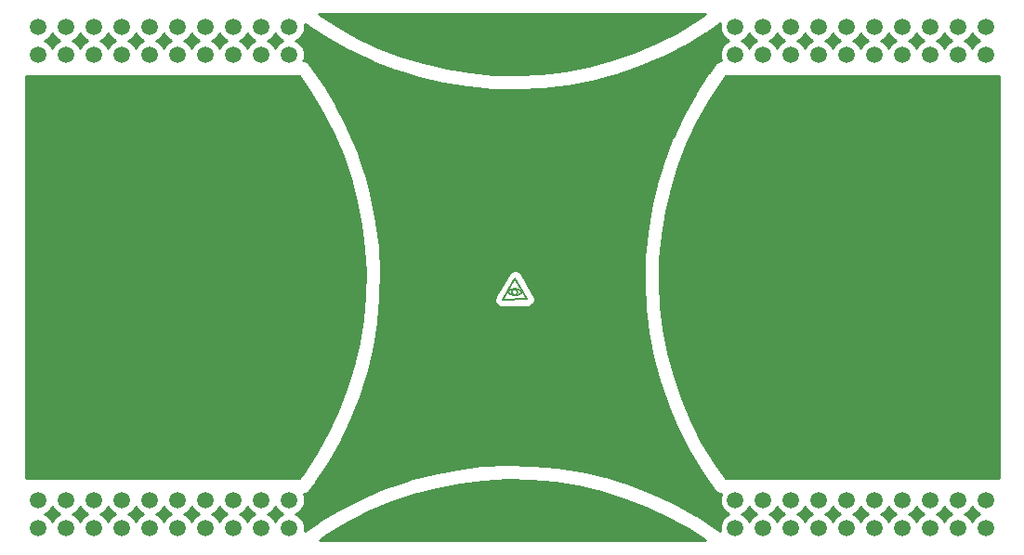
<source format=gbr>
G04 #@! TF.GenerationSoftware,KiCad,Pcbnew,(5.0.2)-1*
G04 #@! TF.CreationDate,2019-02-27T01:45:04-06:00*
G04 #@! TF.ProjectId,TIVA SMD Header Guide,54495641-2053-44d4-9420-486561646572,rev?*
G04 #@! TF.SameCoordinates,Original*
G04 #@! TF.FileFunction,Copper,L1,Top*
G04 #@! TF.FilePolarity,Positive*
%FSLAX46Y46*%
G04 Gerber Fmt 4.6, Leading zero omitted, Abs format (unit mm)*
G04 Created by KiCad (PCBNEW (5.0.2)-1) date 2/27/2019 1:45:04 AM*
%MOMM*%
%LPD*%
G01*
G04 APERTURE LIST*
G04 #@! TA.AperFunction,EtchedComponent*
%ADD10C,0.150000*%
G04 #@! TD*
G04 #@! TA.AperFunction,ComponentPad*
%ADD11C,1.520000*%
G04 #@! TD*
G04 #@! TA.AperFunction,NonConductor*
%ADD12C,0.254000*%
G04 #@! TD*
G04 APERTURE END LIST*
D10*
G04 #@! TO.C,G\002A\002A\002A*
X118226840Y-85730080D02*
X119380000Y-83764120D01*
X119380000Y-83764120D02*
X120477280Y-85699600D01*
X120477280Y-85699600D02*
X118237000Y-85719920D01*
X119615021Y-85059520D02*
G75*
G03X119615021Y-85059520I-260421J0D01*
G01*
X120090317Y-85058587D02*
G75*
G03X118628160Y-85059520I-730637J-691813D01*
G01*
X118683720Y-85063767D02*
G75*
G03X120081040Y-85049360I691200J730687D01*
G01*
G04 #@! TD*
D11*
G04 #@! TO.P,REF\002A\002A,+3V3*
G04 #@! TO.N,N/C*
X139446000Y-106553000D03*
G04 #@! TO.P,REF\002A\002A,PM6*
X162306000Y-60833000D03*
G04 #@! TO.P,REF\002A\002A,PQ1*
X159766000Y-60833000D03*
G04 #@! TO.P,REF\002A\002A,PQ2*
X152146000Y-60833000D03*
G04 #@! TO.P,REF\002A\002A,PK0*
X149606000Y-104013000D03*
G04 #@! TO.P,REF\002A\002A,PQ3*
X154686000Y-60833000D03*
G04 #@! TO.P,REF\002A\002A,PP3*
X157226000Y-60833000D03*
G04 #@! TO.P,REF\002A\002A,PQ0*
X154686000Y-106553000D03*
G04 #@! TO.P,REF\002A\002A,PA4*
X159766000Y-104013000D03*
G04 #@! TO.P,REF\002A\002A,Rese*
X149606000Y-60833000D03*
G04 #@! TO.P,REF\002A\002A,PA7*
X147066000Y-60833000D03*
G04 #@! TO.P,REF\002A\002A,PN5*
X159766000Y-106553000D03*
G04 #@! TO.P,REF\002A\002A,PK2*
X154686000Y-104013000D03*
G04 #@! TO.P,REF\002A\002A,PK1*
X152146000Y-104013000D03*
G04 #@! TO.P,REF\002A\002A,+5V*
X139446000Y-104013000D03*
G04 #@! TO.P,REF\002A\002A,GND*
X141986000Y-104013000D03*
G04 #@! TO.P,REF\002A\002A,PB4*
X144526000Y-104013000D03*
G04 #@! TO.P,REF\002A\002A,PB5*
X147066000Y-104013000D03*
G04 #@! TO.P,REF\002A\002A,PK3*
X157226000Y-104013000D03*
G04 #@! TO.P,REF\002A\002A,PA5*
X162306000Y-104013000D03*
G04 #@! TO.P,REF\002A\002A,PD2*
X141986000Y-106553000D03*
G04 #@! TO.P,REF\002A\002A,PP0*
X144526000Y-106553000D03*
G04 #@! TO.P,REF\002A\002A,PP1*
X147066000Y-106553000D03*
G04 #@! TO.P,REF\002A\002A,PD4*
X149606000Y-106553000D03*
G04 #@! TO.P,REF\002A\002A,PD5*
X152146000Y-106553000D03*
G04 #@! TO.P,REF\002A\002A,PP4*
X157226000Y-106553000D03*
G04 #@! TO.P,REF\002A\002A,PN4*
X162306000Y-106553000D03*
G04 #@! TO.P,REF\002A\002A,PG1*
X139446000Y-63373000D03*
G04 #@! TO.P,REF\002A\002A,PK4*
X141986000Y-63373000D03*
G04 #@! TO.P,REF\002A\002A,PK5*
X144526000Y-63373000D03*
G04 #@! TO.P,REF\002A\002A,PM0*
X147066000Y-63373000D03*
G04 #@! TO.P,REF\002A\002A,PM1*
X149606000Y-63373000D03*
G04 #@! TO.P,REF\002A\002A,PM2*
X152146000Y-63373000D03*
G04 #@! TO.P,REF\002A\002A,PH0*
X154686000Y-63373000D03*
G04 #@! TO.P,REF\002A\002A,PH1*
X157226000Y-63373000D03*
G04 #@! TO.P,REF\002A\002A,PK6*
X159766000Y-63373000D03*
G04 #@! TO.P,REF\002A\002A,PK7*
X162306000Y-63373000D03*
G04 #@! TO.P,REF\002A\002A,GND*
X139446000Y-60833000D03*
G04 #@! TO.P,REF\002A\002A,PM7*
X141986000Y-60833000D03*
G04 #@! TO.P,REF\002A\002A,PP5*
X144526000Y-60833000D03*
G04 #@! TO.P,REF\002A\002A,+5V*
X75946000Y-104013000D03*
G04 #@! TO.P,REF\002A\002A,GND*
X78486000Y-104013000D03*
G04 #@! TO.P,REF\002A\002A,PE0*
X81026000Y-104013000D03*
G04 #@! TO.P,REF\002A\002A,PE1*
X83566000Y-104013000D03*
G04 #@! TO.P,REF\002A\002A,PE2*
X86106000Y-104013000D03*
G04 #@! TO.P,REF\002A\002A,PE3*
X88646000Y-104013000D03*
G04 #@! TO.P,REF\002A\002A,PD7*
X91186000Y-104013000D03*
G04 #@! TO.P,REF\002A\002A,PA6*
X93726000Y-104013000D03*
G04 #@! TO.P,REF\002A\002A,PM4*
X96266000Y-104013000D03*
G04 #@! TO.P,REF\002A\002A,PM5*
X98806000Y-104013000D03*
G04 #@! TO.P,REF\002A\002A,+3V3*
X75946000Y-106553000D03*
G04 #@! TO.P,REF\002A\002A,PE4*
X78486000Y-106553000D03*
G04 #@! TO.P,REF\002A\002A,PC4*
X81026000Y-106553000D03*
G04 #@! TO.P,REF\002A\002A,PC5*
X83566000Y-106553000D03*
G04 #@! TO.P,REF\002A\002A,PC6*
X86106000Y-106553000D03*
G04 #@! TO.P,REF\002A\002A,PE5*
X88646000Y-106553000D03*
G04 #@! TO.P,REF\002A\002A,PD3*
X91186000Y-106553000D03*
G04 #@! TO.P,REF\002A\002A,PC7*
X93726000Y-106553000D03*
G04 #@! TO.P,REF\002A\002A,PB2*
X96266000Y-106553000D03*
G04 #@! TO.P,REF\002A\002A,PB3*
X98806000Y-106553000D03*
G04 #@! TO.P,REF\002A\002A,PF1*
X75946000Y-63373000D03*
G04 #@! TO.P,REF\002A\002A,PF2*
X78486000Y-63373000D03*
G04 #@! TO.P,REF\002A\002A,PF3*
X81026000Y-63373000D03*
G04 #@! TO.P,REF\002A\002A,PG0*
X83566000Y-63373000D03*
G04 #@! TO.P,REF\002A\002A,PL4*
X86106000Y-63373000D03*
G04 #@! TO.P,REF\002A\002A,PL5*
X88646000Y-63373000D03*
G04 #@! TO.P,REF\002A\002A,PL0*
X91186000Y-63373000D03*
G04 #@! TO.P,REF\002A\002A,PL1*
X93726000Y-63373000D03*
G04 #@! TO.P,REF\002A\002A,PL2*
X96266000Y-63373000D03*
G04 #@! TO.P,REF\002A\002A,PL3*
X98806000Y-63373000D03*
G04 #@! TO.P,REF\002A\002A,GND*
X75946000Y-60833000D03*
G04 #@! TO.P,REF\002A\002A,PM3*
X78486000Y-60833000D03*
G04 #@! TO.P,REF\002A\002A,PH2*
X81026000Y-60833000D03*
G04 #@! TO.P,REF\002A\002A,PH3*
X83566000Y-60833000D03*
G04 #@! TO.P,REF\002A\002A,Rese*
X86106000Y-60833000D03*
G04 #@! TO.P,REF\002A\002A,PD1*
X88646000Y-60833000D03*
G04 #@! TO.P,REF\002A\002A,PD0*
X91186000Y-60833000D03*
G04 #@! TO.P,REF\002A\002A,PN2*
X93726000Y-60833000D03*
G04 #@! TO.P,REF\002A\002A,PN3*
X96266000Y-60833000D03*
G04 #@! TO.P,REF\002A\002A,PP2*
X98806000Y-60833000D03*
G04 #@! TD*
D12*
G36*
X120819496Y-102254718D02*
X122975617Y-102448288D01*
X125112966Y-102791787D01*
X127221164Y-103283548D01*
X129289903Y-103921165D01*
X131309152Y-104701548D01*
X133269017Y-105620871D01*
X135160008Y-106674685D01*
X136724905Y-107696000D01*
X101543860Y-107696000D01*
X102293372Y-107173718D01*
X104151477Y-106062990D01*
X106082553Y-105084575D01*
X108077148Y-104243260D01*
X110125591Y-103543124D01*
X112217869Y-102987587D01*
X114343831Y-102579350D01*
X116493071Y-102320409D01*
X118655135Y-102212022D01*
X120819496Y-102254718D01*
X120819496Y-102254718D01*
G37*
X120819496Y-102254718D02*
X122975617Y-102448288D01*
X125112966Y-102791787D01*
X127221164Y-103283548D01*
X129289903Y-103921165D01*
X131309152Y-104701548D01*
X133269017Y-105620871D01*
X135160008Y-106674685D01*
X136724905Y-107696000D01*
X101543860Y-107696000D01*
X102293372Y-107173718D01*
X104151477Y-106062990D01*
X106082553Y-105084575D01*
X108077148Y-104243260D01*
X110125591Y-103543124D01*
X112217869Y-102987587D01*
X114343831Y-102579350D01*
X116493071Y-102320409D01*
X118655135Y-102212022D01*
X120819496Y-102254718D01*
G36*
X138051000Y-60555517D02*
X138051000Y-60591696D01*
X138038845Y-60625780D01*
X138051000Y-60868001D01*
X138051000Y-61110483D01*
X138064845Y-61143909D01*
X138066659Y-61180049D01*
X138225258Y-61562941D01*
X138240183Y-61567210D01*
X138263376Y-61623204D01*
X138655796Y-62015624D01*
X138711790Y-62038817D01*
X138716059Y-62053742D01*
X138843863Y-62099320D01*
X138716059Y-62152258D01*
X138711790Y-62167183D01*
X138655796Y-62190376D01*
X138263376Y-62582796D01*
X138240183Y-62638790D01*
X138225258Y-62643059D01*
X138143794Y-62871493D01*
X138051000Y-63095517D01*
X138051000Y-63131696D01*
X138038845Y-63165780D01*
X138051000Y-63408001D01*
X138051000Y-63650483D01*
X138064845Y-63683909D01*
X138066659Y-63720049D01*
X138144856Y-63908833D01*
X138099171Y-63912028D01*
X138048368Y-63919167D01*
X137998187Y-63929834D01*
X137948873Y-63943975D01*
X137900664Y-63961521D01*
X137853798Y-63982388D01*
X137808499Y-64006473D01*
X137764993Y-64033659D01*
X137723489Y-64063814D01*
X137684189Y-64096790D01*
X137647285Y-64132428D01*
X137612957Y-64170552D01*
X137581372Y-64210979D01*
X137014714Y-64990917D01*
X137004410Y-65006194D01*
X136993830Y-65021230D01*
X135782650Y-66877046D01*
X135782627Y-66877078D01*
X135756105Y-66920993D01*
X134677312Y-68856808D01*
X134653917Y-68902466D01*
X134653907Y-68902490D01*
X133712788Y-70908820D01*
X133692635Y-70955998D01*
X133692630Y-70956013D01*
X132893753Y-73023113D01*
X132876940Y-73071582D01*
X132876933Y-73071608D01*
X132224208Y-75189364D01*
X132224199Y-75189390D01*
X132210809Y-75238914D01*
X131707389Y-77397095D01*
X131697486Y-77447433D01*
X131345840Y-79635474D01*
X131339472Y-79686379D01*
X131141312Y-81893620D01*
X131138511Y-81944846D01*
X131094803Y-84160533D01*
X131095581Y-84211829D01*
X131095583Y-84211858D01*
X131206538Y-86425138D01*
X131206538Y-86425167D01*
X131210894Y-86476284D01*
X131475976Y-88676491D01*
X131483886Y-88727180D01*
X131901800Y-90903537D01*
X131913227Y-90953551D01*
X132481934Y-93095432D01*
X132481939Y-93095452D01*
X132496827Y-93144547D01*
X133213564Y-95241561D01*
X133231840Y-95289497D01*
X133231851Y-95289521D01*
X134093107Y-97331391D01*
X134093112Y-97331405D01*
X134104687Y-97356375D01*
X134114688Y-97377951D01*
X134114694Y-97377962D01*
X135116298Y-99354805D01*
X135141068Y-99399732D01*
X135141076Y-99399744D01*
X136278130Y-101301890D01*
X136278137Y-101301903D01*
X136305981Y-101344992D01*
X137572969Y-103163211D01*
X137603750Y-103204253D01*
X137637319Y-103243047D01*
X137673513Y-103279405D01*
X137712155Y-103313150D01*
X137753057Y-103344118D01*
X137796018Y-103372157D01*
X137840833Y-103397131D01*
X137887279Y-103418917D01*
X137935131Y-103437411D01*
X137984157Y-103452522D01*
X138034118Y-103464176D01*
X138084771Y-103472316D01*
X138135868Y-103476903D01*
X138155988Y-103477300D01*
X138143794Y-103511493D01*
X138051000Y-103735517D01*
X138051000Y-103771696D01*
X138038845Y-103805780D01*
X138051000Y-104048001D01*
X138051000Y-104290483D01*
X138064845Y-104323909D01*
X138066659Y-104360049D01*
X138225258Y-104742941D01*
X138240183Y-104747210D01*
X138263376Y-104803204D01*
X138655796Y-105195624D01*
X138711790Y-105218817D01*
X138716059Y-105233742D01*
X138843863Y-105279320D01*
X138716059Y-105332258D01*
X138711790Y-105347183D01*
X138655796Y-105370376D01*
X138263376Y-105762796D01*
X138240183Y-105818790D01*
X138225258Y-105823059D01*
X138143794Y-106051493D01*
X138051000Y-106275517D01*
X138051000Y-106311696D01*
X138038845Y-106345780D01*
X138051000Y-106588001D01*
X138051000Y-106823672D01*
X137828083Y-106661713D01*
X137812806Y-106651409D01*
X137797770Y-106640829D01*
X135941954Y-105429649D01*
X135941922Y-105429626D01*
X135898007Y-105403104D01*
X133962192Y-104324311D01*
X133916534Y-104300916D01*
X133916510Y-104300906D01*
X131910192Y-103359793D01*
X131910181Y-103359787D01*
X131882575Y-103347995D01*
X131863002Y-103339634D01*
X131862987Y-103339629D01*
X129795887Y-102540752D01*
X129747418Y-102523939D01*
X129747392Y-102523932D01*
X127629636Y-101871207D01*
X127629610Y-101871198D01*
X127580086Y-101857808D01*
X125421905Y-101354388D01*
X125371568Y-101344485D01*
X125371563Y-101344484D01*
X123183526Y-100992839D01*
X123132621Y-100986471D01*
X120925380Y-100788311D01*
X120874154Y-100785510D01*
X118658467Y-100741802D01*
X118607171Y-100742580D01*
X118607144Y-100742582D01*
X116393862Y-100853537D01*
X116393833Y-100853537D01*
X116342716Y-100857893D01*
X114142509Y-101122975D01*
X114091820Y-101130885D01*
X114091815Y-101130886D01*
X111915463Y-101548799D01*
X111865450Y-101560226D01*
X109723547Y-102128938D01*
X109680184Y-102142088D01*
X109674453Y-102143826D01*
X107577439Y-102860563D01*
X107529503Y-102878839D01*
X105487620Y-103740102D01*
X105487595Y-103740111D01*
X105441050Y-103761687D01*
X103464206Y-104763292D01*
X103464194Y-104763297D01*
X103419268Y-104788067D01*
X101517110Y-105925129D01*
X101517097Y-105925136D01*
X101500183Y-105936065D01*
X101474008Y-105952979D01*
X101473989Y-105952993D01*
X100195430Y-106843931D01*
X100201000Y-106830483D01*
X100201000Y-106794304D01*
X100213155Y-106760220D01*
X100201000Y-106517999D01*
X100201000Y-106275517D01*
X100187155Y-106242091D01*
X100185341Y-106205951D01*
X100026742Y-105823059D01*
X100011817Y-105818790D01*
X99988624Y-105762796D01*
X99596204Y-105370376D01*
X99540210Y-105347183D01*
X99535941Y-105332258D01*
X99408137Y-105286680D01*
X99535941Y-105233742D01*
X99540210Y-105218817D01*
X99596204Y-105195624D01*
X99988624Y-104803204D01*
X100011817Y-104747210D01*
X100026742Y-104742941D01*
X100108206Y-104514507D01*
X100201000Y-104290483D01*
X100201000Y-104254304D01*
X100213155Y-104220220D01*
X100201000Y-103977999D01*
X100201000Y-103735517D01*
X100187155Y-103702091D01*
X100185341Y-103665951D01*
X100107144Y-103477167D01*
X100152830Y-103473972D01*
X100203633Y-103466833D01*
X100253814Y-103456167D01*
X100303128Y-103442025D01*
X100351336Y-103424479D01*
X100398203Y-103403613D01*
X100443501Y-103379527D01*
X100487008Y-103352342D01*
X100528512Y-103322186D01*
X100567812Y-103289210D01*
X100604716Y-103253573D01*
X100639044Y-103215448D01*
X100670629Y-103175021D01*
X101237286Y-102395083D01*
X101247578Y-102379825D01*
X101258171Y-102364769D01*
X102469360Y-100508941D01*
X102469374Y-100508921D01*
X102495896Y-100465007D01*
X103574689Y-98529192D01*
X103598084Y-98483534D01*
X103598094Y-98483510D01*
X104539213Y-96477180D01*
X104553115Y-96444637D01*
X104559366Y-96430002D01*
X105358248Y-94362887D01*
X105375061Y-94314418D01*
X105375068Y-94314392D01*
X106027790Y-92196644D01*
X106027802Y-92196610D01*
X106041192Y-92147086D01*
X106544612Y-89988904D01*
X106554515Y-89938567D01*
X106906161Y-87750526D01*
X106909753Y-87721816D01*
X106912529Y-87699621D01*
X107098275Y-85630654D01*
X117509792Y-85630654D01*
X117514870Y-85717256D01*
X117513121Y-85726485D01*
X117516308Y-85741779D01*
X117526325Y-85912624D01*
X117649505Y-86166805D01*
X117860580Y-86354497D01*
X117965728Y-86390999D01*
X117966050Y-86391210D01*
X117966680Y-86391329D01*
X118127414Y-86447128D01*
X118409384Y-86430595D01*
X118414030Y-86428343D01*
X120454472Y-86409836D01*
X120566131Y-86418035D01*
X120661757Y-86386409D01*
X120760362Y-86365864D01*
X120794771Y-86342418D01*
X120834301Y-86329345D01*
X120910546Y-86263532D01*
X120993782Y-86206817D01*
X121016598Y-86171990D01*
X121048118Y-86144783D01*
X121093375Y-86054798D01*
X121148569Y-85970550D01*
X121156321Y-85929642D01*
X121175029Y-85892445D01*
X121182405Y-85791998D01*
X121201159Y-85693035D01*
X121192666Y-85652272D01*
X121195715Y-85610748D01*
X121164089Y-85515119D01*
X121143544Y-85416518D01*
X121080503Y-85323998D01*
X120008934Y-83433871D01*
X119957334Y-83327396D01*
X119886834Y-83264705D01*
X119825183Y-83193282D01*
X119782206Y-83171667D01*
X119746260Y-83139703D01*
X119657132Y-83108762D01*
X119572845Y-83066371D01*
X119524871Y-83062848D01*
X119479426Y-83047072D01*
X119385240Y-83052594D01*
X119291149Y-83045685D01*
X119245479Y-83060789D01*
X119197455Y-83063605D01*
X119112549Y-83104752D01*
X119022979Y-83134375D01*
X118986566Y-83165806D01*
X118943274Y-83186786D01*
X118880578Y-83257292D01*
X118809162Y-83318937D01*
X118756004Y-83424631D01*
X117593338Y-85406799D01*
X117565710Y-85448970D01*
X117557112Y-85494343D01*
X117509792Y-85630654D01*
X107098275Y-85630654D01*
X107110689Y-85492380D01*
X107113490Y-85441155D01*
X107113490Y-85441154D01*
X107157198Y-83225467D01*
X107156420Y-83174171D01*
X107156418Y-83174144D01*
X107045463Y-80960862D01*
X107045463Y-80960833D01*
X107041107Y-80909716D01*
X106776025Y-78709509D01*
X106768115Y-78658820D01*
X106768114Y-78658815D01*
X106350201Y-76482463D01*
X106338774Y-76432450D01*
X105770062Y-74290547D01*
X105755174Y-74241453D01*
X105038437Y-72144439D01*
X105020161Y-72096503D01*
X104158898Y-70054620D01*
X104158889Y-70054595D01*
X104137313Y-70008050D01*
X103135703Y-68031195D01*
X103135703Y-68031194D01*
X103110933Y-67986268D01*
X101973871Y-66084110D01*
X101973864Y-66084097D01*
X101953022Y-66051843D01*
X101946021Y-66041008D01*
X101946007Y-66040989D01*
X100679032Y-64222789D01*
X100648251Y-64181747D01*
X100614682Y-64142953D01*
X100578488Y-64106595D01*
X100539846Y-64072850D01*
X100498944Y-64041882D01*
X100455983Y-64013843D01*
X100411168Y-63988869D01*
X100364722Y-63967083D01*
X100316870Y-63948589D01*
X100267844Y-63933478D01*
X100217883Y-63921824D01*
X100167230Y-63913684D01*
X100116133Y-63909097D01*
X100096012Y-63908700D01*
X100108206Y-63874507D01*
X100201000Y-63650483D01*
X100201000Y-63614304D01*
X100213155Y-63580220D01*
X100201000Y-63337999D01*
X100201000Y-63095517D01*
X100187155Y-63062091D01*
X100185341Y-63025951D01*
X100026742Y-62643059D01*
X100011817Y-62638790D01*
X99988624Y-62582796D01*
X99596204Y-62190376D01*
X99540210Y-62167183D01*
X99535941Y-62152258D01*
X99408137Y-62106680D01*
X99535941Y-62053742D01*
X99540210Y-62038817D01*
X99596204Y-62015624D01*
X99988624Y-61623204D01*
X100011817Y-61567210D01*
X100026742Y-61562941D01*
X100108206Y-61334507D01*
X100201000Y-61110483D01*
X100201000Y-61074304D01*
X100213155Y-61040220D01*
X100201000Y-60797999D01*
X100201000Y-60562327D01*
X100423916Y-60724285D01*
X100439174Y-60734577D01*
X100454230Y-60745170D01*
X102310058Y-61956359D01*
X102310078Y-61956373D01*
X102353992Y-61982895D01*
X104289807Y-63061688D01*
X104335465Y-63085083D01*
X104335489Y-63085093D01*
X106341807Y-64026206D01*
X106341818Y-64026212D01*
X106388997Y-64046365D01*
X108456112Y-64845247D01*
X108504581Y-64862060D01*
X108504607Y-64862067D01*
X110622355Y-65514789D01*
X110622389Y-65514801D01*
X110671913Y-65528191D01*
X112830088Y-66031609D01*
X112830094Y-66031611D01*
X112880432Y-66041514D01*
X115068468Y-66393159D01*
X115068472Y-66393160D01*
X115119378Y-66399528D01*
X117326619Y-66597688D01*
X117377844Y-66600489D01*
X117377845Y-66600489D01*
X119593532Y-66644197D01*
X119644828Y-66643419D01*
X119644857Y-66643417D01*
X121858137Y-66532462D01*
X121858166Y-66532462D01*
X121909283Y-66528106D01*
X124109490Y-66263024D01*
X124160179Y-66255114D01*
X126336536Y-65837200D01*
X126386550Y-65825773D01*
X128528431Y-65257066D01*
X128528451Y-65257061D01*
X128568989Y-65244768D01*
X128577547Y-65242173D01*
X128577556Y-65242170D01*
X130674560Y-64525436D01*
X130722496Y-64507160D01*
X130722520Y-64507149D01*
X132764390Y-63645893D01*
X132764404Y-63645888D01*
X132789845Y-63634095D01*
X132810950Y-63624312D01*
X132810961Y-63624306D01*
X134787804Y-62622702D01*
X134832731Y-62597932D01*
X134832743Y-62597924D01*
X136734889Y-61460870D01*
X136734902Y-61460863D01*
X136762745Y-61442871D01*
X136777990Y-61433020D01*
X136777996Y-61433016D01*
X138056571Y-60542067D01*
X138051000Y-60555517D01*
X138051000Y-60555517D01*
G37*
X138051000Y-60555517D02*
X138051000Y-60591696D01*
X138038845Y-60625780D01*
X138051000Y-60868001D01*
X138051000Y-61110483D01*
X138064845Y-61143909D01*
X138066659Y-61180049D01*
X138225258Y-61562941D01*
X138240183Y-61567210D01*
X138263376Y-61623204D01*
X138655796Y-62015624D01*
X138711790Y-62038817D01*
X138716059Y-62053742D01*
X138843863Y-62099320D01*
X138716059Y-62152258D01*
X138711790Y-62167183D01*
X138655796Y-62190376D01*
X138263376Y-62582796D01*
X138240183Y-62638790D01*
X138225258Y-62643059D01*
X138143794Y-62871493D01*
X138051000Y-63095517D01*
X138051000Y-63131696D01*
X138038845Y-63165780D01*
X138051000Y-63408001D01*
X138051000Y-63650483D01*
X138064845Y-63683909D01*
X138066659Y-63720049D01*
X138144856Y-63908833D01*
X138099171Y-63912028D01*
X138048368Y-63919167D01*
X137998187Y-63929834D01*
X137948873Y-63943975D01*
X137900664Y-63961521D01*
X137853798Y-63982388D01*
X137808499Y-64006473D01*
X137764993Y-64033659D01*
X137723489Y-64063814D01*
X137684189Y-64096790D01*
X137647285Y-64132428D01*
X137612957Y-64170552D01*
X137581372Y-64210979D01*
X137014714Y-64990917D01*
X137004410Y-65006194D01*
X136993830Y-65021230D01*
X135782650Y-66877046D01*
X135782627Y-66877078D01*
X135756105Y-66920993D01*
X134677312Y-68856808D01*
X134653917Y-68902466D01*
X134653907Y-68902490D01*
X133712788Y-70908820D01*
X133692635Y-70955998D01*
X133692630Y-70956013D01*
X132893753Y-73023113D01*
X132876940Y-73071582D01*
X132876933Y-73071608D01*
X132224208Y-75189364D01*
X132224199Y-75189390D01*
X132210809Y-75238914D01*
X131707389Y-77397095D01*
X131697486Y-77447433D01*
X131345840Y-79635474D01*
X131339472Y-79686379D01*
X131141312Y-81893620D01*
X131138511Y-81944846D01*
X131094803Y-84160533D01*
X131095581Y-84211829D01*
X131095583Y-84211858D01*
X131206538Y-86425138D01*
X131206538Y-86425167D01*
X131210894Y-86476284D01*
X131475976Y-88676491D01*
X131483886Y-88727180D01*
X131901800Y-90903537D01*
X131913227Y-90953551D01*
X132481934Y-93095432D01*
X132481939Y-93095452D01*
X132496827Y-93144547D01*
X133213564Y-95241561D01*
X133231840Y-95289497D01*
X133231851Y-95289521D01*
X134093107Y-97331391D01*
X134093112Y-97331405D01*
X134104687Y-97356375D01*
X134114688Y-97377951D01*
X134114694Y-97377962D01*
X135116298Y-99354805D01*
X135141068Y-99399732D01*
X135141076Y-99399744D01*
X136278130Y-101301890D01*
X136278137Y-101301903D01*
X136305981Y-101344992D01*
X137572969Y-103163211D01*
X137603750Y-103204253D01*
X137637319Y-103243047D01*
X137673513Y-103279405D01*
X137712155Y-103313150D01*
X137753057Y-103344118D01*
X137796018Y-103372157D01*
X137840833Y-103397131D01*
X137887279Y-103418917D01*
X137935131Y-103437411D01*
X137984157Y-103452522D01*
X138034118Y-103464176D01*
X138084771Y-103472316D01*
X138135868Y-103476903D01*
X138155988Y-103477300D01*
X138143794Y-103511493D01*
X138051000Y-103735517D01*
X138051000Y-103771696D01*
X138038845Y-103805780D01*
X138051000Y-104048001D01*
X138051000Y-104290483D01*
X138064845Y-104323909D01*
X138066659Y-104360049D01*
X138225258Y-104742941D01*
X138240183Y-104747210D01*
X138263376Y-104803204D01*
X138655796Y-105195624D01*
X138711790Y-105218817D01*
X138716059Y-105233742D01*
X138843863Y-105279320D01*
X138716059Y-105332258D01*
X138711790Y-105347183D01*
X138655796Y-105370376D01*
X138263376Y-105762796D01*
X138240183Y-105818790D01*
X138225258Y-105823059D01*
X138143794Y-106051493D01*
X138051000Y-106275517D01*
X138051000Y-106311696D01*
X138038845Y-106345780D01*
X138051000Y-106588001D01*
X138051000Y-106823672D01*
X137828083Y-106661713D01*
X137812806Y-106651409D01*
X137797770Y-106640829D01*
X135941954Y-105429649D01*
X135941922Y-105429626D01*
X135898007Y-105403104D01*
X133962192Y-104324311D01*
X133916534Y-104300916D01*
X133916510Y-104300906D01*
X131910192Y-103359793D01*
X131910181Y-103359787D01*
X131882575Y-103347995D01*
X131863002Y-103339634D01*
X131862987Y-103339629D01*
X129795887Y-102540752D01*
X129747418Y-102523939D01*
X129747392Y-102523932D01*
X127629636Y-101871207D01*
X127629610Y-101871198D01*
X127580086Y-101857808D01*
X125421905Y-101354388D01*
X125371568Y-101344485D01*
X125371563Y-101344484D01*
X123183526Y-100992839D01*
X123132621Y-100986471D01*
X120925380Y-100788311D01*
X120874154Y-100785510D01*
X118658467Y-100741802D01*
X118607171Y-100742580D01*
X118607144Y-100742582D01*
X116393862Y-100853537D01*
X116393833Y-100853537D01*
X116342716Y-100857893D01*
X114142509Y-101122975D01*
X114091820Y-101130885D01*
X114091815Y-101130886D01*
X111915463Y-101548799D01*
X111865450Y-101560226D01*
X109723547Y-102128938D01*
X109680184Y-102142088D01*
X109674453Y-102143826D01*
X107577439Y-102860563D01*
X107529503Y-102878839D01*
X105487620Y-103740102D01*
X105487595Y-103740111D01*
X105441050Y-103761687D01*
X103464206Y-104763292D01*
X103464194Y-104763297D01*
X103419268Y-104788067D01*
X101517110Y-105925129D01*
X101517097Y-105925136D01*
X101500183Y-105936065D01*
X101474008Y-105952979D01*
X101473989Y-105952993D01*
X100195430Y-106843931D01*
X100201000Y-106830483D01*
X100201000Y-106794304D01*
X100213155Y-106760220D01*
X100201000Y-106517999D01*
X100201000Y-106275517D01*
X100187155Y-106242091D01*
X100185341Y-106205951D01*
X100026742Y-105823059D01*
X100011817Y-105818790D01*
X99988624Y-105762796D01*
X99596204Y-105370376D01*
X99540210Y-105347183D01*
X99535941Y-105332258D01*
X99408137Y-105286680D01*
X99535941Y-105233742D01*
X99540210Y-105218817D01*
X99596204Y-105195624D01*
X99988624Y-104803204D01*
X100011817Y-104747210D01*
X100026742Y-104742941D01*
X100108206Y-104514507D01*
X100201000Y-104290483D01*
X100201000Y-104254304D01*
X100213155Y-104220220D01*
X100201000Y-103977999D01*
X100201000Y-103735517D01*
X100187155Y-103702091D01*
X100185341Y-103665951D01*
X100107144Y-103477167D01*
X100152830Y-103473972D01*
X100203633Y-103466833D01*
X100253814Y-103456167D01*
X100303128Y-103442025D01*
X100351336Y-103424479D01*
X100398203Y-103403613D01*
X100443501Y-103379527D01*
X100487008Y-103352342D01*
X100528512Y-103322186D01*
X100567812Y-103289210D01*
X100604716Y-103253573D01*
X100639044Y-103215448D01*
X100670629Y-103175021D01*
X101237286Y-102395083D01*
X101247578Y-102379825D01*
X101258171Y-102364769D01*
X102469360Y-100508941D01*
X102469374Y-100508921D01*
X102495896Y-100465007D01*
X103574689Y-98529192D01*
X103598084Y-98483534D01*
X103598094Y-98483510D01*
X104539213Y-96477180D01*
X104553115Y-96444637D01*
X104559366Y-96430002D01*
X105358248Y-94362887D01*
X105375061Y-94314418D01*
X105375068Y-94314392D01*
X106027790Y-92196644D01*
X106027802Y-92196610D01*
X106041192Y-92147086D01*
X106544612Y-89988904D01*
X106554515Y-89938567D01*
X106906161Y-87750526D01*
X106909753Y-87721816D01*
X106912529Y-87699621D01*
X107098275Y-85630654D01*
X117509792Y-85630654D01*
X117514870Y-85717256D01*
X117513121Y-85726485D01*
X117516308Y-85741779D01*
X117526325Y-85912624D01*
X117649505Y-86166805D01*
X117860580Y-86354497D01*
X117965728Y-86390999D01*
X117966050Y-86391210D01*
X117966680Y-86391329D01*
X118127414Y-86447128D01*
X118409384Y-86430595D01*
X118414030Y-86428343D01*
X120454472Y-86409836D01*
X120566131Y-86418035D01*
X120661757Y-86386409D01*
X120760362Y-86365864D01*
X120794771Y-86342418D01*
X120834301Y-86329345D01*
X120910546Y-86263532D01*
X120993782Y-86206817D01*
X121016598Y-86171990D01*
X121048118Y-86144783D01*
X121093375Y-86054798D01*
X121148569Y-85970550D01*
X121156321Y-85929642D01*
X121175029Y-85892445D01*
X121182405Y-85791998D01*
X121201159Y-85693035D01*
X121192666Y-85652272D01*
X121195715Y-85610748D01*
X121164089Y-85515119D01*
X121143544Y-85416518D01*
X121080503Y-85323998D01*
X120008934Y-83433871D01*
X119957334Y-83327396D01*
X119886834Y-83264705D01*
X119825183Y-83193282D01*
X119782206Y-83171667D01*
X119746260Y-83139703D01*
X119657132Y-83108762D01*
X119572845Y-83066371D01*
X119524871Y-83062848D01*
X119479426Y-83047072D01*
X119385240Y-83052594D01*
X119291149Y-83045685D01*
X119245479Y-83060789D01*
X119197455Y-83063605D01*
X119112549Y-83104752D01*
X119022979Y-83134375D01*
X118986566Y-83165806D01*
X118943274Y-83186786D01*
X118880578Y-83257292D01*
X118809162Y-83318937D01*
X118756004Y-83424631D01*
X117593338Y-85406799D01*
X117565710Y-85448970D01*
X117557112Y-85494343D01*
X117509792Y-85630654D01*
X107098275Y-85630654D01*
X107110689Y-85492380D01*
X107113490Y-85441155D01*
X107113490Y-85441154D01*
X107157198Y-83225467D01*
X107156420Y-83174171D01*
X107156418Y-83174144D01*
X107045463Y-80960862D01*
X107045463Y-80960833D01*
X107041107Y-80909716D01*
X106776025Y-78709509D01*
X106768115Y-78658820D01*
X106768114Y-78658815D01*
X106350201Y-76482463D01*
X106338774Y-76432450D01*
X105770062Y-74290547D01*
X105755174Y-74241453D01*
X105038437Y-72144439D01*
X105020161Y-72096503D01*
X104158898Y-70054620D01*
X104158889Y-70054595D01*
X104137313Y-70008050D01*
X103135703Y-68031195D01*
X103135703Y-68031194D01*
X103110933Y-67986268D01*
X101973871Y-66084110D01*
X101973864Y-66084097D01*
X101953022Y-66051843D01*
X101946021Y-66041008D01*
X101946007Y-66040989D01*
X100679032Y-64222789D01*
X100648251Y-64181747D01*
X100614682Y-64142953D01*
X100578488Y-64106595D01*
X100539846Y-64072850D01*
X100498944Y-64041882D01*
X100455983Y-64013843D01*
X100411168Y-63988869D01*
X100364722Y-63967083D01*
X100316870Y-63948589D01*
X100267844Y-63933478D01*
X100217883Y-63921824D01*
X100167230Y-63913684D01*
X100116133Y-63909097D01*
X100096012Y-63908700D01*
X100108206Y-63874507D01*
X100201000Y-63650483D01*
X100201000Y-63614304D01*
X100213155Y-63580220D01*
X100201000Y-63337999D01*
X100201000Y-63095517D01*
X100187155Y-63062091D01*
X100185341Y-63025951D01*
X100026742Y-62643059D01*
X100011817Y-62638790D01*
X99988624Y-62582796D01*
X99596204Y-62190376D01*
X99540210Y-62167183D01*
X99535941Y-62152258D01*
X99408137Y-62106680D01*
X99535941Y-62053742D01*
X99540210Y-62038817D01*
X99596204Y-62015624D01*
X99988624Y-61623204D01*
X100011817Y-61567210D01*
X100026742Y-61562941D01*
X100108206Y-61334507D01*
X100201000Y-61110483D01*
X100201000Y-61074304D01*
X100213155Y-61040220D01*
X100201000Y-60797999D01*
X100201000Y-60562327D01*
X100423916Y-60724285D01*
X100439174Y-60734577D01*
X100454230Y-60745170D01*
X102310058Y-61956359D01*
X102310078Y-61956373D01*
X102353992Y-61982895D01*
X104289807Y-63061688D01*
X104335465Y-63085083D01*
X104335489Y-63085093D01*
X106341807Y-64026206D01*
X106341818Y-64026212D01*
X106388997Y-64046365D01*
X108456112Y-64845247D01*
X108504581Y-64862060D01*
X108504607Y-64862067D01*
X110622355Y-65514789D01*
X110622389Y-65514801D01*
X110671913Y-65528191D01*
X112830088Y-66031609D01*
X112830094Y-66031611D01*
X112880432Y-66041514D01*
X115068468Y-66393159D01*
X115068472Y-66393160D01*
X115119378Y-66399528D01*
X117326619Y-66597688D01*
X117377844Y-66600489D01*
X117377845Y-66600489D01*
X119593532Y-66644197D01*
X119644828Y-66643419D01*
X119644857Y-66643417D01*
X121858137Y-66532462D01*
X121858166Y-66532462D01*
X121909283Y-66528106D01*
X124109490Y-66263024D01*
X124160179Y-66255114D01*
X126336536Y-65837200D01*
X126386550Y-65825773D01*
X128528431Y-65257066D01*
X128528451Y-65257061D01*
X128568989Y-65244768D01*
X128577547Y-65242173D01*
X128577556Y-65242170D01*
X130674560Y-64525436D01*
X130722496Y-64507160D01*
X130722520Y-64507149D01*
X132764390Y-63645893D01*
X132764404Y-63645888D01*
X132789845Y-63634095D01*
X132810950Y-63624312D01*
X132810961Y-63624306D01*
X134787804Y-62622702D01*
X134832731Y-62597932D01*
X134832743Y-62597924D01*
X136734889Y-61460870D01*
X136734902Y-61460863D01*
X136762745Y-61442871D01*
X136777990Y-61433020D01*
X136777996Y-61433016D01*
X138056571Y-60542067D01*
X138051000Y-60555517D01*
G36*
X82345258Y-104742941D02*
X82360183Y-104747210D01*
X82383376Y-104803204D01*
X82775796Y-105195624D01*
X82831790Y-105218817D01*
X82836059Y-105233742D01*
X82963863Y-105279320D01*
X82836059Y-105332258D01*
X82831790Y-105347183D01*
X82775796Y-105370376D01*
X82383376Y-105762796D01*
X82360183Y-105818790D01*
X82345258Y-105823059D01*
X82299680Y-105950863D01*
X82246742Y-105823059D01*
X82231817Y-105818790D01*
X82208624Y-105762796D01*
X81816204Y-105370376D01*
X81760210Y-105347183D01*
X81755941Y-105332258D01*
X81628137Y-105286680D01*
X81755941Y-105233742D01*
X81760210Y-105218817D01*
X81816204Y-105195624D01*
X82208624Y-104803204D01*
X82231817Y-104747210D01*
X82246742Y-104742941D01*
X82292320Y-104615137D01*
X82345258Y-104742941D01*
X82345258Y-104742941D01*
G37*
X82345258Y-104742941D02*
X82360183Y-104747210D01*
X82383376Y-104803204D01*
X82775796Y-105195624D01*
X82831790Y-105218817D01*
X82836059Y-105233742D01*
X82963863Y-105279320D01*
X82836059Y-105332258D01*
X82831790Y-105347183D01*
X82775796Y-105370376D01*
X82383376Y-105762796D01*
X82360183Y-105818790D01*
X82345258Y-105823059D01*
X82299680Y-105950863D01*
X82246742Y-105823059D01*
X82231817Y-105818790D01*
X82208624Y-105762796D01*
X81816204Y-105370376D01*
X81760210Y-105347183D01*
X81755941Y-105332258D01*
X81628137Y-105286680D01*
X81755941Y-105233742D01*
X81760210Y-105218817D01*
X81816204Y-105195624D01*
X82208624Y-104803204D01*
X82231817Y-104747210D01*
X82246742Y-104742941D01*
X82292320Y-104615137D01*
X82345258Y-104742941D01*
G36*
X79805258Y-104742941D02*
X79820183Y-104747210D01*
X79843376Y-104803204D01*
X80235796Y-105195624D01*
X80291790Y-105218817D01*
X80296059Y-105233742D01*
X80423863Y-105279320D01*
X80296059Y-105332258D01*
X80291790Y-105347183D01*
X80235796Y-105370376D01*
X79843376Y-105762796D01*
X79820183Y-105818790D01*
X79805258Y-105823059D01*
X79759680Y-105950863D01*
X79706742Y-105823059D01*
X79691817Y-105818790D01*
X79668624Y-105762796D01*
X79276204Y-105370376D01*
X79220210Y-105347183D01*
X79215941Y-105332258D01*
X79088137Y-105286680D01*
X79215941Y-105233742D01*
X79220210Y-105218817D01*
X79276204Y-105195624D01*
X79668624Y-104803204D01*
X79691817Y-104747210D01*
X79706742Y-104742941D01*
X79752320Y-104615137D01*
X79805258Y-104742941D01*
X79805258Y-104742941D01*
G37*
X79805258Y-104742941D02*
X79820183Y-104747210D01*
X79843376Y-104803204D01*
X80235796Y-105195624D01*
X80291790Y-105218817D01*
X80296059Y-105233742D01*
X80423863Y-105279320D01*
X80296059Y-105332258D01*
X80291790Y-105347183D01*
X80235796Y-105370376D01*
X79843376Y-105762796D01*
X79820183Y-105818790D01*
X79805258Y-105823059D01*
X79759680Y-105950863D01*
X79706742Y-105823059D01*
X79691817Y-105818790D01*
X79668624Y-105762796D01*
X79276204Y-105370376D01*
X79220210Y-105347183D01*
X79215941Y-105332258D01*
X79088137Y-105286680D01*
X79215941Y-105233742D01*
X79220210Y-105218817D01*
X79276204Y-105195624D01*
X79668624Y-104803204D01*
X79691817Y-104747210D01*
X79706742Y-104742941D01*
X79752320Y-104615137D01*
X79805258Y-104742941D01*
G36*
X84885258Y-104742941D02*
X84900183Y-104747210D01*
X84923376Y-104803204D01*
X85315796Y-105195624D01*
X85371790Y-105218817D01*
X85376059Y-105233742D01*
X85503863Y-105279320D01*
X85376059Y-105332258D01*
X85371790Y-105347183D01*
X85315796Y-105370376D01*
X84923376Y-105762796D01*
X84900183Y-105818790D01*
X84885258Y-105823059D01*
X84839680Y-105950863D01*
X84786742Y-105823059D01*
X84771817Y-105818790D01*
X84748624Y-105762796D01*
X84356204Y-105370376D01*
X84300210Y-105347183D01*
X84295941Y-105332258D01*
X84168137Y-105286680D01*
X84295941Y-105233742D01*
X84300210Y-105218817D01*
X84356204Y-105195624D01*
X84748624Y-104803204D01*
X84771817Y-104747210D01*
X84786742Y-104742941D01*
X84832320Y-104615137D01*
X84885258Y-104742941D01*
X84885258Y-104742941D01*
G37*
X84885258Y-104742941D02*
X84900183Y-104747210D01*
X84923376Y-104803204D01*
X85315796Y-105195624D01*
X85371790Y-105218817D01*
X85376059Y-105233742D01*
X85503863Y-105279320D01*
X85376059Y-105332258D01*
X85371790Y-105347183D01*
X85315796Y-105370376D01*
X84923376Y-105762796D01*
X84900183Y-105818790D01*
X84885258Y-105823059D01*
X84839680Y-105950863D01*
X84786742Y-105823059D01*
X84771817Y-105818790D01*
X84748624Y-105762796D01*
X84356204Y-105370376D01*
X84300210Y-105347183D01*
X84295941Y-105332258D01*
X84168137Y-105286680D01*
X84295941Y-105233742D01*
X84300210Y-105218817D01*
X84356204Y-105195624D01*
X84748624Y-104803204D01*
X84771817Y-104747210D01*
X84786742Y-104742941D01*
X84832320Y-104615137D01*
X84885258Y-104742941D01*
G36*
X87425258Y-104742941D02*
X87440183Y-104747210D01*
X87463376Y-104803204D01*
X87855796Y-105195624D01*
X87911790Y-105218817D01*
X87916059Y-105233742D01*
X88043863Y-105279320D01*
X87916059Y-105332258D01*
X87911790Y-105347183D01*
X87855796Y-105370376D01*
X87463376Y-105762796D01*
X87440183Y-105818790D01*
X87425258Y-105823059D01*
X87379680Y-105950863D01*
X87326742Y-105823059D01*
X87311817Y-105818790D01*
X87288624Y-105762796D01*
X86896204Y-105370376D01*
X86840210Y-105347183D01*
X86835941Y-105332258D01*
X86708137Y-105286680D01*
X86835941Y-105233742D01*
X86840210Y-105218817D01*
X86896204Y-105195624D01*
X87288624Y-104803204D01*
X87311817Y-104747210D01*
X87326742Y-104742941D01*
X87372320Y-104615137D01*
X87425258Y-104742941D01*
X87425258Y-104742941D01*
G37*
X87425258Y-104742941D02*
X87440183Y-104747210D01*
X87463376Y-104803204D01*
X87855796Y-105195624D01*
X87911790Y-105218817D01*
X87916059Y-105233742D01*
X88043863Y-105279320D01*
X87916059Y-105332258D01*
X87911790Y-105347183D01*
X87855796Y-105370376D01*
X87463376Y-105762796D01*
X87440183Y-105818790D01*
X87425258Y-105823059D01*
X87379680Y-105950863D01*
X87326742Y-105823059D01*
X87311817Y-105818790D01*
X87288624Y-105762796D01*
X86896204Y-105370376D01*
X86840210Y-105347183D01*
X86835941Y-105332258D01*
X86708137Y-105286680D01*
X86835941Y-105233742D01*
X86840210Y-105218817D01*
X86896204Y-105195624D01*
X87288624Y-104803204D01*
X87311817Y-104747210D01*
X87326742Y-104742941D01*
X87372320Y-104615137D01*
X87425258Y-104742941D01*
G36*
X89965258Y-104742941D02*
X89980183Y-104747210D01*
X90003376Y-104803204D01*
X90395796Y-105195624D01*
X90451790Y-105218817D01*
X90456059Y-105233742D01*
X90583863Y-105279320D01*
X90456059Y-105332258D01*
X90451790Y-105347183D01*
X90395796Y-105370376D01*
X90003376Y-105762796D01*
X89980183Y-105818790D01*
X89965258Y-105823059D01*
X89919680Y-105950863D01*
X89866742Y-105823059D01*
X89851817Y-105818790D01*
X89828624Y-105762796D01*
X89436204Y-105370376D01*
X89380210Y-105347183D01*
X89375941Y-105332258D01*
X89248137Y-105286680D01*
X89375941Y-105233742D01*
X89380210Y-105218817D01*
X89436204Y-105195624D01*
X89828624Y-104803204D01*
X89851817Y-104747210D01*
X89866742Y-104742941D01*
X89912320Y-104615137D01*
X89965258Y-104742941D01*
X89965258Y-104742941D01*
G37*
X89965258Y-104742941D02*
X89980183Y-104747210D01*
X90003376Y-104803204D01*
X90395796Y-105195624D01*
X90451790Y-105218817D01*
X90456059Y-105233742D01*
X90583863Y-105279320D01*
X90456059Y-105332258D01*
X90451790Y-105347183D01*
X90395796Y-105370376D01*
X90003376Y-105762796D01*
X89980183Y-105818790D01*
X89965258Y-105823059D01*
X89919680Y-105950863D01*
X89866742Y-105823059D01*
X89851817Y-105818790D01*
X89828624Y-105762796D01*
X89436204Y-105370376D01*
X89380210Y-105347183D01*
X89375941Y-105332258D01*
X89248137Y-105286680D01*
X89375941Y-105233742D01*
X89380210Y-105218817D01*
X89436204Y-105195624D01*
X89828624Y-104803204D01*
X89851817Y-104747210D01*
X89866742Y-104742941D01*
X89912320Y-104615137D01*
X89965258Y-104742941D01*
G36*
X140765258Y-104742941D02*
X140780183Y-104747210D01*
X140803376Y-104803204D01*
X141195796Y-105195624D01*
X141251790Y-105218817D01*
X141256059Y-105233742D01*
X141383863Y-105279320D01*
X141256059Y-105332258D01*
X141251790Y-105347183D01*
X141195796Y-105370376D01*
X140803376Y-105762796D01*
X140780183Y-105818790D01*
X140765258Y-105823059D01*
X140719680Y-105950863D01*
X140666742Y-105823059D01*
X140651817Y-105818790D01*
X140628624Y-105762796D01*
X140236204Y-105370376D01*
X140180210Y-105347183D01*
X140175941Y-105332258D01*
X140048137Y-105286680D01*
X140175941Y-105233742D01*
X140180210Y-105218817D01*
X140236204Y-105195624D01*
X140628624Y-104803204D01*
X140651817Y-104747210D01*
X140666742Y-104742941D01*
X140712320Y-104615137D01*
X140765258Y-104742941D01*
X140765258Y-104742941D01*
G37*
X140765258Y-104742941D02*
X140780183Y-104747210D01*
X140803376Y-104803204D01*
X141195796Y-105195624D01*
X141251790Y-105218817D01*
X141256059Y-105233742D01*
X141383863Y-105279320D01*
X141256059Y-105332258D01*
X141251790Y-105347183D01*
X141195796Y-105370376D01*
X140803376Y-105762796D01*
X140780183Y-105818790D01*
X140765258Y-105823059D01*
X140719680Y-105950863D01*
X140666742Y-105823059D01*
X140651817Y-105818790D01*
X140628624Y-105762796D01*
X140236204Y-105370376D01*
X140180210Y-105347183D01*
X140175941Y-105332258D01*
X140048137Y-105286680D01*
X140175941Y-105233742D01*
X140180210Y-105218817D01*
X140236204Y-105195624D01*
X140628624Y-104803204D01*
X140651817Y-104747210D01*
X140666742Y-104742941D01*
X140712320Y-104615137D01*
X140765258Y-104742941D01*
G36*
X161085258Y-104742941D02*
X161100183Y-104747210D01*
X161123376Y-104803204D01*
X161515796Y-105195624D01*
X161571790Y-105218817D01*
X161576059Y-105233742D01*
X161703863Y-105279320D01*
X161576059Y-105332258D01*
X161571790Y-105347183D01*
X161515796Y-105370376D01*
X161123376Y-105762796D01*
X161100183Y-105818790D01*
X161085258Y-105823059D01*
X161039680Y-105950863D01*
X160986742Y-105823059D01*
X160971817Y-105818790D01*
X160948624Y-105762796D01*
X160556204Y-105370376D01*
X160500210Y-105347183D01*
X160495941Y-105332258D01*
X160368137Y-105286680D01*
X160495941Y-105233742D01*
X160500210Y-105218817D01*
X160556204Y-105195624D01*
X160948624Y-104803204D01*
X160971817Y-104747210D01*
X160986742Y-104742941D01*
X161032320Y-104615137D01*
X161085258Y-104742941D01*
X161085258Y-104742941D01*
G37*
X161085258Y-104742941D02*
X161100183Y-104747210D01*
X161123376Y-104803204D01*
X161515796Y-105195624D01*
X161571790Y-105218817D01*
X161576059Y-105233742D01*
X161703863Y-105279320D01*
X161576059Y-105332258D01*
X161571790Y-105347183D01*
X161515796Y-105370376D01*
X161123376Y-105762796D01*
X161100183Y-105818790D01*
X161085258Y-105823059D01*
X161039680Y-105950863D01*
X160986742Y-105823059D01*
X160971817Y-105818790D01*
X160948624Y-105762796D01*
X160556204Y-105370376D01*
X160500210Y-105347183D01*
X160495941Y-105332258D01*
X160368137Y-105286680D01*
X160495941Y-105233742D01*
X160500210Y-105218817D01*
X160556204Y-105195624D01*
X160948624Y-104803204D01*
X160971817Y-104747210D01*
X160986742Y-104742941D01*
X161032320Y-104615137D01*
X161085258Y-104742941D01*
G36*
X158545258Y-104742941D02*
X158560183Y-104747210D01*
X158583376Y-104803204D01*
X158975796Y-105195624D01*
X159031790Y-105218817D01*
X159036059Y-105233742D01*
X159163863Y-105279320D01*
X159036059Y-105332258D01*
X159031790Y-105347183D01*
X158975796Y-105370376D01*
X158583376Y-105762796D01*
X158560183Y-105818790D01*
X158545258Y-105823059D01*
X158499680Y-105950863D01*
X158446742Y-105823059D01*
X158431817Y-105818790D01*
X158408624Y-105762796D01*
X158016204Y-105370376D01*
X157960210Y-105347183D01*
X157955941Y-105332258D01*
X157828137Y-105286680D01*
X157955941Y-105233742D01*
X157960210Y-105218817D01*
X158016204Y-105195624D01*
X158408624Y-104803204D01*
X158431817Y-104747210D01*
X158446742Y-104742941D01*
X158492320Y-104615137D01*
X158545258Y-104742941D01*
X158545258Y-104742941D01*
G37*
X158545258Y-104742941D02*
X158560183Y-104747210D01*
X158583376Y-104803204D01*
X158975796Y-105195624D01*
X159031790Y-105218817D01*
X159036059Y-105233742D01*
X159163863Y-105279320D01*
X159036059Y-105332258D01*
X159031790Y-105347183D01*
X158975796Y-105370376D01*
X158583376Y-105762796D01*
X158560183Y-105818790D01*
X158545258Y-105823059D01*
X158499680Y-105950863D01*
X158446742Y-105823059D01*
X158431817Y-105818790D01*
X158408624Y-105762796D01*
X158016204Y-105370376D01*
X157960210Y-105347183D01*
X157955941Y-105332258D01*
X157828137Y-105286680D01*
X157955941Y-105233742D01*
X157960210Y-105218817D01*
X158016204Y-105195624D01*
X158408624Y-104803204D01*
X158431817Y-104747210D01*
X158446742Y-104742941D01*
X158492320Y-104615137D01*
X158545258Y-104742941D01*
G36*
X156005258Y-104742941D02*
X156020183Y-104747210D01*
X156043376Y-104803204D01*
X156435796Y-105195624D01*
X156491790Y-105218817D01*
X156496059Y-105233742D01*
X156623863Y-105279320D01*
X156496059Y-105332258D01*
X156491790Y-105347183D01*
X156435796Y-105370376D01*
X156043376Y-105762796D01*
X156020183Y-105818790D01*
X156005258Y-105823059D01*
X155959680Y-105950863D01*
X155906742Y-105823059D01*
X155891817Y-105818790D01*
X155868624Y-105762796D01*
X155476204Y-105370376D01*
X155420210Y-105347183D01*
X155415941Y-105332258D01*
X155288137Y-105286680D01*
X155415941Y-105233742D01*
X155420210Y-105218817D01*
X155476204Y-105195624D01*
X155868624Y-104803204D01*
X155891817Y-104747210D01*
X155906742Y-104742941D01*
X155952320Y-104615137D01*
X156005258Y-104742941D01*
X156005258Y-104742941D01*
G37*
X156005258Y-104742941D02*
X156020183Y-104747210D01*
X156043376Y-104803204D01*
X156435796Y-105195624D01*
X156491790Y-105218817D01*
X156496059Y-105233742D01*
X156623863Y-105279320D01*
X156496059Y-105332258D01*
X156491790Y-105347183D01*
X156435796Y-105370376D01*
X156043376Y-105762796D01*
X156020183Y-105818790D01*
X156005258Y-105823059D01*
X155959680Y-105950863D01*
X155906742Y-105823059D01*
X155891817Y-105818790D01*
X155868624Y-105762796D01*
X155476204Y-105370376D01*
X155420210Y-105347183D01*
X155415941Y-105332258D01*
X155288137Y-105286680D01*
X155415941Y-105233742D01*
X155420210Y-105218817D01*
X155476204Y-105195624D01*
X155868624Y-104803204D01*
X155891817Y-104747210D01*
X155906742Y-104742941D01*
X155952320Y-104615137D01*
X156005258Y-104742941D01*
G36*
X153465258Y-104742941D02*
X153480183Y-104747210D01*
X153503376Y-104803204D01*
X153895796Y-105195624D01*
X153951790Y-105218817D01*
X153956059Y-105233742D01*
X154083863Y-105279320D01*
X153956059Y-105332258D01*
X153951790Y-105347183D01*
X153895796Y-105370376D01*
X153503376Y-105762796D01*
X153480183Y-105818790D01*
X153465258Y-105823059D01*
X153419680Y-105950863D01*
X153366742Y-105823059D01*
X153351817Y-105818790D01*
X153328624Y-105762796D01*
X152936204Y-105370376D01*
X152880210Y-105347183D01*
X152875941Y-105332258D01*
X152748137Y-105286680D01*
X152875941Y-105233742D01*
X152880210Y-105218817D01*
X152936204Y-105195624D01*
X153328624Y-104803204D01*
X153351817Y-104747210D01*
X153366742Y-104742941D01*
X153412320Y-104615137D01*
X153465258Y-104742941D01*
X153465258Y-104742941D01*
G37*
X153465258Y-104742941D02*
X153480183Y-104747210D01*
X153503376Y-104803204D01*
X153895796Y-105195624D01*
X153951790Y-105218817D01*
X153956059Y-105233742D01*
X154083863Y-105279320D01*
X153956059Y-105332258D01*
X153951790Y-105347183D01*
X153895796Y-105370376D01*
X153503376Y-105762796D01*
X153480183Y-105818790D01*
X153465258Y-105823059D01*
X153419680Y-105950863D01*
X153366742Y-105823059D01*
X153351817Y-105818790D01*
X153328624Y-105762796D01*
X152936204Y-105370376D01*
X152880210Y-105347183D01*
X152875941Y-105332258D01*
X152748137Y-105286680D01*
X152875941Y-105233742D01*
X152880210Y-105218817D01*
X152936204Y-105195624D01*
X153328624Y-104803204D01*
X153351817Y-104747210D01*
X153366742Y-104742941D01*
X153412320Y-104615137D01*
X153465258Y-104742941D01*
G36*
X150925258Y-104742941D02*
X150940183Y-104747210D01*
X150963376Y-104803204D01*
X151355796Y-105195624D01*
X151411790Y-105218817D01*
X151416059Y-105233742D01*
X151543863Y-105279320D01*
X151416059Y-105332258D01*
X151411790Y-105347183D01*
X151355796Y-105370376D01*
X150963376Y-105762796D01*
X150940183Y-105818790D01*
X150925258Y-105823059D01*
X150879680Y-105950863D01*
X150826742Y-105823059D01*
X150811817Y-105818790D01*
X150788624Y-105762796D01*
X150396204Y-105370376D01*
X150340210Y-105347183D01*
X150335941Y-105332258D01*
X150208137Y-105286680D01*
X150335941Y-105233742D01*
X150340210Y-105218817D01*
X150396204Y-105195624D01*
X150788624Y-104803204D01*
X150811817Y-104747210D01*
X150826742Y-104742941D01*
X150872320Y-104615137D01*
X150925258Y-104742941D01*
X150925258Y-104742941D01*
G37*
X150925258Y-104742941D02*
X150940183Y-104747210D01*
X150963376Y-104803204D01*
X151355796Y-105195624D01*
X151411790Y-105218817D01*
X151416059Y-105233742D01*
X151543863Y-105279320D01*
X151416059Y-105332258D01*
X151411790Y-105347183D01*
X151355796Y-105370376D01*
X150963376Y-105762796D01*
X150940183Y-105818790D01*
X150925258Y-105823059D01*
X150879680Y-105950863D01*
X150826742Y-105823059D01*
X150811817Y-105818790D01*
X150788624Y-105762796D01*
X150396204Y-105370376D01*
X150340210Y-105347183D01*
X150335941Y-105332258D01*
X150208137Y-105286680D01*
X150335941Y-105233742D01*
X150340210Y-105218817D01*
X150396204Y-105195624D01*
X150788624Y-104803204D01*
X150811817Y-104747210D01*
X150826742Y-104742941D01*
X150872320Y-104615137D01*
X150925258Y-104742941D01*
G36*
X145845258Y-104742941D02*
X145860183Y-104747210D01*
X145883376Y-104803204D01*
X146275796Y-105195624D01*
X146331790Y-105218817D01*
X146336059Y-105233742D01*
X146463863Y-105279320D01*
X146336059Y-105332258D01*
X146331790Y-105347183D01*
X146275796Y-105370376D01*
X145883376Y-105762796D01*
X145860183Y-105818790D01*
X145845258Y-105823059D01*
X145799680Y-105950863D01*
X145746742Y-105823059D01*
X145731817Y-105818790D01*
X145708624Y-105762796D01*
X145316204Y-105370376D01*
X145260210Y-105347183D01*
X145255941Y-105332258D01*
X145128137Y-105286680D01*
X145255941Y-105233742D01*
X145260210Y-105218817D01*
X145316204Y-105195624D01*
X145708624Y-104803204D01*
X145731817Y-104747210D01*
X145746742Y-104742941D01*
X145792320Y-104615137D01*
X145845258Y-104742941D01*
X145845258Y-104742941D01*
G37*
X145845258Y-104742941D02*
X145860183Y-104747210D01*
X145883376Y-104803204D01*
X146275796Y-105195624D01*
X146331790Y-105218817D01*
X146336059Y-105233742D01*
X146463863Y-105279320D01*
X146336059Y-105332258D01*
X146331790Y-105347183D01*
X146275796Y-105370376D01*
X145883376Y-105762796D01*
X145860183Y-105818790D01*
X145845258Y-105823059D01*
X145799680Y-105950863D01*
X145746742Y-105823059D01*
X145731817Y-105818790D01*
X145708624Y-105762796D01*
X145316204Y-105370376D01*
X145260210Y-105347183D01*
X145255941Y-105332258D01*
X145128137Y-105286680D01*
X145255941Y-105233742D01*
X145260210Y-105218817D01*
X145316204Y-105195624D01*
X145708624Y-104803204D01*
X145731817Y-104747210D01*
X145746742Y-104742941D01*
X145792320Y-104615137D01*
X145845258Y-104742941D01*
G36*
X143305258Y-104742941D02*
X143320183Y-104747210D01*
X143343376Y-104803204D01*
X143735796Y-105195624D01*
X143791790Y-105218817D01*
X143796059Y-105233742D01*
X143923863Y-105279320D01*
X143796059Y-105332258D01*
X143791790Y-105347183D01*
X143735796Y-105370376D01*
X143343376Y-105762796D01*
X143320183Y-105818790D01*
X143305258Y-105823059D01*
X143259680Y-105950863D01*
X143206742Y-105823059D01*
X143191817Y-105818790D01*
X143168624Y-105762796D01*
X142776204Y-105370376D01*
X142720210Y-105347183D01*
X142715941Y-105332258D01*
X142588137Y-105286680D01*
X142715941Y-105233742D01*
X142720210Y-105218817D01*
X142776204Y-105195624D01*
X143168624Y-104803204D01*
X143191817Y-104747210D01*
X143206742Y-104742941D01*
X143252320Y-104615137D01*
X143305258Y-104742941D01*
X143305258Y-104742941D01*
G37*
X143305258Y-104742941D02*
X143320183Y-104747210D01*
X143343376Y-104803204D01*
X143735796Y-105195624D01*
X143791790Y-105218817D01*
X143796059Y-105233742D01*
X143923863Y-105279320D01*
X143796059Y-105332258D01*
X143791790Y-105347183D01*
X143735796Y-105370376D01*
X143343376Y-105762796D01*
X143320183Y-105818790D01*
X143305258Y-105823059D01*
X143259680Y-105950863D01*
X143206742Y-105823059D01*
X143191817Y-105818790D01*
X143168624Y-105762796D01*
X142776204Y-105370376D01*
X142720210Y-105347183D01*
X142715941Y-105332258D01*
X142588137Y-105286680D01*
X142715941Y-105233742D01*
X142720210Y-105218817D01*
X142776204Y-105195624D01*
X143168624Y-104803204D01*
X143191817Y-104747210D01*
X143206742Y-104742941D01*
X143252320Y-104615137D01*
X143305258Y-104742941D01*
G36*
X92505258Y-104742941D02*
X92520183Y-104747210D01*
X92543376Y-104803204D01*
X92935796Y-105195624D01*
X92991790Y-105218817D01*
X92996059Y-105233742D01*
X93123863Y-105279320D01*
X92996059Y-105332258D01*
X92991790Y-105347183D01*
X92935796Y-105370376D01*
X92543376Y-105762796D01*
X92520183Y-105818790D01*
X92505258Y-105823059D01*
X92459680Y-105950863D01*
X92406742Y-105823059D01*
X92391817Y-105818790D01*
X92368624Y-105762796D01*
X91976204Y-105370376D01*
X91920210Y-105347183D01*
X91915941Y-105332258D01*
X91788137Y-105286680D01*
X91915941Y-105233742D01*
X91920210Y-105218817D01*
X91976204Y-105195624D01*
X92368624Y-104803204D01*
X92391817Y-104747210D01*
X92406742Y-104742941D01*
X92452320Y-104615137D01*
X92505258Y-104742941D01*
X92505258Y-104742941D01*
G37*
X92505258Y-104742941D02*
X92520183Y-104747210D01*
X92543376Y-104803204D01*
X92935796Y-105195624D01*
X92991790Y-105218817D01*
X92996059Y-105233742D01*
X93123863Y-105279320D01*
X92996059Y-105332258D01*
X92991790Y-105347183D01*
X92935796Y-105370376D01*
X92543376Y-105762796D01*
X92520183Y-105818790D01*
X92505258Y-105823059D01*
X92459680Y-105950863D01*
X92406742Y-105823059D01*
X92391817Y-105818790D01*
X92368624Y-105762796D01*
X91976204Y-105370376D01*
X91920210Y-105347183D01*
X91915941Y-105332258D01*
X91788137Y-105286680D01*
X91915941Y-105233742D01*
X91920210Y-105218817D01*
X91976204Y-105195624D01*
X92368624Y-104803204D01*
X92391817Y-104747210D01*
X92406742Y-104742941D01*
X92452320Y-104615137D01*
X92505258Y-104742941D01*
G36*
X95045258Y-104742941D02*
X95060183Y-104747210D01*
X95083376Y-104803204D01*
X95475796Y-105195624D01*
X95531790Y-105218817D01*
X95536059Y-105233742D01*
X95663863Y-105279320D01*
X95536059Y-105332258D01*
X95531790Y-105347183D01*
X95475796Y-105370376D01*
X95083376Y-105762796D01*
X95060183Y-105818790D01*
X95045258Y-105823059D01*
X94999680Y-105950863D01*
X94946742Y-105823059D01*
X94931817Y-105818790D01*
X94908624Y-105762796D01*
X94516204Y-105370376D01*
X94460210Y-105347183D01*
X94455941Y-105332258D01*
X94328137Y-105286680D01*
X94455941Y-105233742D01*
X94460210Y-105218817D01*
X94516204Y-105195624D01*
X94908624Y-104803204D01*
X94931817Y-104747210D01*
X94946742Y-104742941D01*
X94992320Y-104615137D01*
X95045258Y-104742941D01*
X95045258Y-104742941D01*
G37*
X95045258Y-104742941D02*
X95060183Y-104747210D01*
X95083376Y-104803204D01*
X95475796Y-105195624D01*
X95531790Y-105218817D01*
X95536059Y-105233742D01*
X95663863Y-105279320D01*
X95536059Y-105332258D01*
X95531790Y-105347183D01*
X95475796Y-105370376D01*
X95083376Y-105762796D01*
X95060183Y-105818790D01*
X95045258Y-105823059D01*
X94999680Y-105950863D01*
X94946742Y-105823059D01*
X94931817Y-105818790D01*
X94908624Y-105762796D01*
X94516204Y-105370376D01*
X94460210Y-105347183D01*
X94455941Y-105332258D01*
X94328137Y-105286680D01*
X94455941Y-105233742D01*
X94460210Y-105218817D01*
X94516204Y-105195624D01*
X94908624Y-104803204D01*
X94931817Y-104747210D01*
X94946742Y-104742941D01*
X94992320Y-104615137D01*
X95045258Y-104742941D01*
G36*
X97585258Y-104742941D02*
X97600183Y-104747210D01*
X97623376Y-104803204D01*
X98015796Y-105195624D01*
X98071790Y-105218817D01*
X98076059Y-105233742D01*
X98203863Y-105279320D01*
X98076059Y-105332258D01*
X98071790Y-105347183D01*
X98015796Y-105370376D01*
X97623376Y-105762796D01*
X97600183Y-105818790D01*
X97585258Y-105823059D01*
X97539680Y-105950863D01*
X97486742Y-105823059D01*
X97471817Y-105818790D01*
X97448624Y-105762796D01*
X97056204Y-105370376D01*
X97000210Y-105347183D01*
X96995941Y-105332258D01*
X96868137Y-105286680D01*
X96995941Y-105233742D01*
X97000210Y-105218817D01*
X97056204Y-105195624D01*
X97448624Y-104803204D01*
X97471817Y-104747210D01*
X97486742Y-104742941D01*
X97532320Y-104615137D01*
X97585258Y-104742941D01*
X97585258Y-104742941D01*
G37*
X97585258Y-104742941D02*
X97600183Y-104747210D01*
X97623376Y-104803204D01*
X98015796Y-105195624D01*
X98071790Y-105218817D01*
X98076059Y-105233742D01*
X98203863Y-105279320D01*
X98076059Y-105332258D01*
X98071790Y-105347183D01*
X98015796Y-105370376D01*
X97623376Y-105762796D01*
X97600183Y-105818790D01*
X97585258Y-105823059D01*
X97539680Y-105950863D01*
X97486742Y-105823059D01*
X97471817Y-105818790D01*
X97448624Y-105762796D01*
X97056204Y-105370376D01*
X97000210Y-105347183D01*
X96995941Y-105332258D01*
X96868137Y-105286680D01*
X96995941Y-105233742D01*
X97000210Y-105218817D01*
X97056204Y-105195624D01*
X97448624Y-104803204D01*
X97471817Y-104747210D01*
X97486742Y-104742941D01*
X97532320Y-104615137D01*
X97585258Y-104742941D01*
G36*
X77265258Y-104742941D02*
X77280183Y-104747210D01*
X77303376Y-104803204D01*
X77695796Y-105195624D01*
X77751790Y-105218817D01*
X77756059Y-105233742D01*
X77883863Y-105279320D01*
X77756059Y-105332258D01*
X77751790Y-105347183D01*
X77695796Y-105370376D01*
X77303376Y-105762796D01*
X77280183Y-105818790D01*
X77265258Y-105823059D01*
X77219680Y-105950863D01*
X77166742Y-105823059D01*
X77151817Y-105818790D01*
X77128624Y-105762796D01*
X76736204Y-105370376D01*
X76680210Y-105347183D01*
X76675941Y-105332258D01*
X76548137Y-105286680D01*
X76675941Y-105233742D01*
X76680210Y-105218817D01*
X76736204Y-105195624D01*
X77128624Y-104803204D01*
X77151817Y-104747210D01*
X77166742Y-104742941D01*
X77212320Y-104615137D01*
X77265258Y-104742941D01*
X77265258Y-104742941D01*
G37*
X77265258Y-104742941D02*
X77280183Y-104747210D01*
X77303376Y-104803204D01*
X77695796Y-105195624D01*
X77751790Y-105218817D01*
X77756059Y-105233742D01*
X77883863Y-105279320D01*
X77756059Y-105332258D01*
X77751790Y-105347183D01*
X77695796Y-105370376D01*
X77303376Y-105762796D01*
X77280183Y-105818790D01*
X77265258Y-105823059D01*
X77219680Y-105950863D01*
X77166742Y-105823059D01*
X77151817Y-105818790D01*
X77128624Y-105762796D01*
X76736204Y-105370376D01*
X76680210Y-105347183D01*
X76675941Y-105332258D01*
X76548137Y-105286680D01*
X76675941Y-105233742D01*
X76680210Y-105218817D01*
X76736204Y-105195624D01*
X77128624Y-104803204D01*
X77151817Y-104747210D01*
X77166742Y-104742941D01*
X77212320Y-104615137D01*
X77265258Y-104742941D01*
G36*
X148385258Y-104742941D02*
X148400183Y-104747210D01*
X148423376Y-104803204D01*
X148815796Y-105195624D01*
X148871790Y-105218817D01*
X148876059Y-105233742D01*
X149003863Y-105279320D01*
X148876059Y-105332258D01*
X148871790Y-105347183D01*
X148815796Y-105370376D01*
X148423376Y-105762796D01*
X148400183Y-105818790D01*
X148385258Y-105823059D01*
X148339680Y-105950863D01*
X148286742Y-105823059D01*
X148271817Y-105818790D01*
X148248624Y-105762796D01*
X147856204Y-105370376D01*
X147800210Y-105347183D01*
X147795941Y-105332258D01*
X147668137Y-105286680D01*
X147795941Y-105233742D01*
X147800210Y-105218817D01*
X147856204Y-105195624D01*
X148248624Y-104803204D01*
X148271817Y-104747210D01*
X148286742Y-104742941D01*
X148332320Y-104615137D01*
X148385258Y-104742941D01*
X148385258Y-104742941D01*
G37*
X148385258Y-104742941D02*
X148400183Y-104747210D01*
X148423376Y-104803204D01*
X148815796Y-105195624D01*
X148871790Y-105218817D01*
X148876059Y-105233742D01*
X149003863Y-105279320D01*
X148876059Y-105332258D01*
X148871790Y-105347183D01*
X148815796Y-105370376D01*
X148423376Y-105762796D01*
X148400183Y-105818790D01*
X148385258Y-105823059D01*
X148339680Y-105950863D01*
X148286742Y-105823059D01*
X148271817Y-105818790D01*
X148248624Y-105762796D01*
X147856204Y-105370376D01*
X147800210Y-105347183D01*
X147795941Y-105332258D01*
X147668137Y-105286680D01*
X147795941Y-105233742D01*
X147800210Y-105218817D01*
X147856204Y-105195624D01*
X148248624Y-104803204D01*
X148271817Y-104747210D01*
X148286742Y-104742941D01*
X148332320Y-104615137D01*
X148385258Y-104742941D01*
G36*
X163449000Y-102033000D02*
X138577100Y-102033000D01*
X137526723Y-100525634D01*
X136415991Y-98667523D01*
X135437582Y-96736459D01*
X134596263Y-94741857D01*
X133896124Y-92693406D01*
X133340585Y-90601115D01*
X132932351Y-88475169D01*
X132673410Y-86325930D01*
X132565023Y-84163865D01*
X132607719Y-81999504D01*
X132801289Y-79843383D01*
X133144788Y-77706034D01*
X133636549Y-75597836D01*
X134274166Y-73529097D01*
X135054549Y-71509848D01*
X135973872Y-69549983D01*
X137027686Y-67658992D01*
X138214783Y-65840078D01*
X138568665Y-65353000D01*
X163449000Y-65353000D01*
X163449000Y-102033000D01*
X163449000Y-102033000D01*
G37*
X163449000Y-102033000D02*
X138577100Y-102033000D01*
X137526723Y-100525634D01*
X136415991Y-98667523D01*
X135437582Y-96736459D01*
X134596263Y-94741857D01*
X133896124Y-92693406D01*
X133340585Y-90601115D01*
X132932351Y-88475169D01*
X132673410Y-86325930D01*
X132565023Y-84163865D01*
X132607719Y-81999504D01*
X132801289Y-79843383D01*
X133144788Y-77706034D01*
X133636549Y-75597836D01*
X134274166Y-73529097D01*
X135054549Y-71509848D01*
X135973872Y-69549983D01*
X137027686Y-67658992D01*
X138214783Y-65840078D01*
X138568665Y-65353000D01*
X163449000Y-65353000D01*
X163449000Y-102033000D01*
G36*
X100725282Y-66860372D02*
X101836010Y-68718477D01*
X102814425Y-70649553D01*
X103655740Y-72644148D01*
X104355876Y-74692591D01*
X104911413Y-76784869D01*
X105319650Y-78910831D01*
X105578591Y-81060071D01*
X105686978Y-83222135D01*
X105644282Y-85386496D01*
X105450712Y-87542617D01*
X105107213Y-89679966D01*
X104615451Y-91788167D01*
X103977831Y-93856914D01*
X103197452Y-95876152D01*
X102278129Y-97836017D01*
X101224319Y-99727002D01*
X100037218Y-101545922D01*
X99683335Y-102033000D01*
X74803000Y-102033000D01*
X74803000Y-65353000D01*
X99674901Y-65353000D01*
X100725282Y-66860372D01*
X100725282Y-66860372D01*
G37*
X100725282Y-66860372D02*
X101836010Y-68718477D01*
X102814425Y-70649553D01*
X103655740Y-72644148D01*
X104355876Y-74692591D01*
X104911413Y-76784869D01*
X105319650Y-78910831D01*
X105578591Y-81060071D01*
X105686978Y-83222135D01*
X105644282Y-85386496D01*
X105450712Y-87542617D01*
X105107213Y-89679966D01*
X104615451Y-91788167D01*
X103977831Y-93856914D01*
X103197452Y-95876152D01*
X102278129Y-97836017D01*
X101224319Y-99727002D01*
X100037218Y-101545922D01*
X99683335Y-102033000D01*
X74803000Y-102033000D01*
X74803000Y-65353000D01*
X99674901Y-65353000D01*
X100725282Y-66860372D01*
G36*
X135958633Y-60212277D02*
X134100522Y-61323009D01*
X132169458Y-62301418D01*
X130174856Y-63142737D01*
X128126405Y-63842876D01*
X126034114Y-64398415D01*
X123908168Y-64806649D01*
X121758929Y-65065590D01*
X119596864Y-65173977D01*
X117432503Y-65131281D01*
X115276382Y-64937711D01*
X113139033Y-64594212D01*
X111030832Y-64102450D01*
X108962085Y-63464830D01*
X106942847Y-62684451D01*
X104982982Y-61765128D01*
X103091997Y-60711318D01*
X101527096Y-59690000D01*
X136708138Y-59690000D01*
X135958633Y-60212277D01*
X135958633Y-60212277D01*
G37*
X135958633Y-60212277D02*
X134100522Y-61323009D01*
X132169458Y-62301418D01*
X130174856Y-63142737D01*
X128126405Y-63842876D01*
X126034114Y-64398415D01*
X123908168Y-64806649D01*
X121758929Y-65065590D01*
X119596864Y-65173977D01*
X117432503Y-65131281D01*
X115276382Y-64937711D01*
X113139033Y-64594212D01*
X111030832Y-64102450D01*
X108962085Y-63464830D01*
X106942847Y-62684451D01*
X104982982Y-61765128D01*
X103091997Y-60711318D01*
X101527096Y-59690000D01*
X136708138Y-59690000D01*
X135958633Y-60212277D01*
G36*
X140765258Y-61562941D02*
X140780183Y-61567210D01*
X140803376Y-61623204D01*
X141195796Y-62015624D01*
X141251790Y-62038817D01*
X141256059Y-62053742D01*
X141383863Y-62099320D01*
X141256059Y-62152258D01*
X141251790Y-62167183D01*
X141195796Y-62190376D01*
X140803376Y-62582796D01*
X140780183Y-62638790D01*
X140765258Y-62643059D01*
X140719680Y-62770863D01*
X140666742Y-62643059D01*
X140651817Y-62638790D01*
X140628624Y-62582796D01*
X140236204Y-62190376D01*
X140180210Y-62167183D01*
X140175941Y-62152258D01*
X140048137Y-62106680D01*
X140175941Y-62053742D01*
X140180210Y-62038817D01*
X140236204Y-62015624D01*
X140628624Y-61623204D01*
X140651817Y-61567210D01*
X140666742Y-61562941D01*
X140712320Y-61435137D01*
X140765258Y-61562941D01*
X140765258Y-61562941D01*
G37*
X140765258Y-61562941D02*
X140780183Y-61567210D01*
X140803376Y-61623204D01*
X141195796Y-62015624D01*
X141251790Y-62038817D01*
X141256059Y-62053742D01*
X141383863Y-62099320D01*
X141256059Y-62152258D01*
X141251790Y-62167183D01*
X141195796Y-62190376D01*
X140803376Y-62582796D01*
X140780183Y-62638790D01*
X140765258Y-62643059D01*
X140719680Y-62770863D01*
X140666742Y-62643059D01*
X140651817Y-62638790D01*
X140628624Y-62582796D01*
X140236204Y-62190376D01*
X140180210Y-62167183D01*
X140175941Y-62152258D01*
X140048137Y-62106680D01*
X140175941Y-62053742D01*
X140180210Y-62038817D01*
X140236204Y-62015624D01*
X140628624Y-61623204D01*
X140651817Y-61567210D01*
X140666742Y-61562941D01*
X140712320Y-61435137D01*
X140765258Y-61562941D01*
G36*
X161085258Y-61562941D02*
X161100183Y-61567210D01*
X161123376Y-61623204D01*
X161515796Y-62015624D01*
X161571790Y-62038817D01*
X161576059Y-62053742D01*
X161703863Y-62099320D01*
X161576059Y-62152258D01*
X161571790Y-62167183D01*
X161515796Y-62190376D01*
X161123376Y-62582796D01*
X161100183Y-62638790D01*
X161085258Y-62643059D01*
X161039680Y-62770863D01*
X160986742Y-62643059D01*
X160971817Y-62638790D01*
X160948624Y-62582796D01*
X160556204Y-62190376D01*
X160500210Y-62167183D01*
X160495941Y-62152258D01*
X160368137Y-62106680D01*
X160495941Y-62053742D01*
X160500210Y-62038817D01*
X160556204Y-62015624D01*
X160948624Y-61623204D01*
X160971817Y-61567210D01*
X160986742Y-61562941D01*
X161032320Y-61435137D01*
X161085258Y-61562941D01*
X161085258Y-61562941D01*
G37*
X161085258Y-61562941D02*
X161100183Y-61567210D01*
X161123376Y-61623204D01*
X161515796Y-62015624D01*
X161571790Y-62038817D01*
X161576059Y-62053742D01*
X161703863Y-62099320D01*
X161576059Y-62152258D01*
X161571790Y-62167183D01*
X161515796Y-62190376D01*
X161123376Y-62582796D01*
X161100183Y-62638790D01*
X161085258Y-62643059D01*
X161039680Y-62770863D01*
X160986742Y-62643059D01*
X160971817Y-62638790D01*
X160948624Y-62582796D01*
X160556204Y-62190376D01*
X160500210Y-62167183D01*
X160495941Y-62152258D01*
X160368137Y-62106680D01*
X160495941Y-62053742D01*
X160500210Y-62038817D01*
X160556204Y-62015624D01*
X160948624Y-61623204D01*
X160971817Y-61567210D01*
X160986742Y-61562941D01*
X161032320Y-61435137D01*
X161085258Y-61562941D01*
G36*
X158545258Y-61562941D02*
X158560183Y-61567210D01*
X158583376Y-61623204D01*
X158975796Y-62015624D01*
X159031790Y-62038817D01*
X159036059Y-62053742D01*
X159163863Y-62099320D01*
X159036059Y-62152258D01*
X159031790Y-62167183D01*
X158975796Y-62190376D01*
X158583376Y-62582796D01*
X158560183Y-62638790D01*
X158545258Y-62643059D01*
X158499680Y-62770863D01*
X158446742Y-62643059D01*
X158431817Y-62638790D01*
X158408624Y-62582796D01*
X158016204Y-62190376D01*
X157960210Y-62167183D01*
X157955941Y-62152258D01*
X157828137Y-62106680D01*
X157955941Y-62053742D01*
X157960210Y-62038817D01*
X158016204Y-62015624D01*
X158408624Y-61623204D01*
X158431817Y-61567210D01*
X158446742Y-61562941D01*
X158492320Y-61435137D01*
X158545258Y-61562941D01*
X158545258Y-61562941D01*
G37*
X158545258Y-61562941D02*
X158560183Y-61567210D01*
X158583376Y-61623204D01*
X158975796Y-62015624D01*
X159031790Y-62038817D01*
X159036059Y-62053742D01*
X159163863Y-62099320D01*
X159036059Y-62152258D01*
X159031790Y-62167183D01*
X158975796Y-62190376D01*
X158583376Y-62582796D01*
X158560183Y-62638790D01*
X158545258Y-62643059D01*
X158499680Y-62770863D01*
X158446742Y-62643059D01*
X158431817Y-62638790D01*
X158408624Y-62582796D01*
X158016204Y-62190376D01*
X157960210Y-62167183D01*
X157955941Y-62152258D01*
X157828137Y-62106680D01*
X157955941Y-62053742D01*
X157960210Y-62038817D01*
X158016204Y-62015624D01*
X158408624Y-61623204D01*
X158431817Y-61567210D01*
X158446742Y-61562941D01*
X158492320Y-61435137D01*
X158545258Y-61562941D01*
G36*
X156005258Y-61562941D02*
X156020183Y-61567210D01*
X156043376Y-61623204D01*
X156435796Y-62015624D01*
X156491790Y-62038817D01*
X156496059Y-62053742D01*
X156623863Y-62099320D01*
X156496059Y-62152258D01*
X156491790Y-62167183D01*
X156435796Y-62190376D01*
X156043376Y-62582796D01*
X156020183Y-62638790D01*
X156005258Y-62643059D01*
X155959680Y-62770863D01*
X155906742Y-62643059D01*
X155891817Y-62638790D01*
X155868624Y-62582796D01*
X155476204Y-62190376D01*
X155420210Y-62167183D01*
X155415941Y-62152258D01*
X155288137Y-62106680D01*
X155415941Y-62053742D01*
X155420210Y-62038817D01*
X155476204Y-62015624D01*
X155868624Y-61623204D01*
X155891817Y-61567210D01*
X155906742Y-61562941D01*
X155952320Y-61435137D01*
X156005258Y-61562941D01*
X156005258Y-61562941D01*
G37*
X156005258Y-61562941D02*
X156020183Y-61567210D01*
X156043376Y-61623204D01*
X156435796Y-62015624D01*
X156491790Y-62038817D01*
X156496059Y-62053742D01*
X156623863Y-62099320D01*
X156496059Y-62152258D01*
X156491790Y-62167183D01*
X156435796Y-62190376D01*
X156043376Y-62582796D01*
X156020183Y-62638790D01*
X156005258Y-62643059D01*
X155959680Y-62770863D01*
X155906742Y-62643059D01*
X155891817Y-62638790D01*
X155868624Y-62582796D01*
X155476204Y-62190376D01*
X155420210Y-62167183D01*
X155415941Y-62152258D01*
X155288137Y-62106680D01*
X155415941Y-62053742D01*
X155420210Y-62038817D01*
X155476204Y-62015624D01*
X155868624Y-61623204D01*
X155891817Y-61567210D01*
X155906742Y-61562941D01*
X155952320Y-61435137D01*
X156005258Y-61562941D01*
G36*
X153465258Y-61562941D02*
X153480183Y-61567210D01*
X153503376Y-61623204D01*
X153895796Y-62015624D01*
X153951790Y-62038817D01*
X153956059Y-62053742D01*
X154083863Y-62099320D01*
X153956059Y-62152258D01*
X153951790Y-62167183D01*
X153895796Y-62190376D01*
X153503376Y-62582796D01*
X153480183Y-62638790D01*
X153465258Y-62643059D01*
X153419680Y-62770863D01*
X153366742Y-62643059D01*
X153351817Y-62638790D01*
X153328624Y-62582796D01*
X152936204Y-62190376D01*
X152880210Y-62167183D01*
X152875941Y-62152258D01*
X152748137Y-62106680D01*
X152875941Y-62053742D01*
X152880210Y-62038817D01*
X152936204Y-62015624D01*
X153328624Y-61623204D01*
X153351817Y-61567210D01*
X153366742Y-61562941D01*
X153412320Y-61435137D01*
X153465258Y-61562941D01*
X153465258Y-61562941D01*
G37*
X153465258Y-61562941D02*
X153480183Y-61567210D01*
X153503376Y-61623204D01*
X153895796Y-62015624D01*
X153951790Y-62038817D01*
X153956059Y-62053742D01*
X154083863Y-62099320D01*
X153956059Y-62152258D01*
X153951790Y-62167183D01*
X153895796Y-62190376D01*
X153503376Y-62582796D01*
X153480183Y-62638790D01*
X153465258Y-62643059D01*
X153419680Y-62770863D01*
X153366742Y-62643059D01*
X153351817Y-62638790D01*
X153328624Y-62582796D01*
X152936204Y-62190376D01*
X152880210Y-62167183D01*
X152875941Y-62152258D01*
X152748137Y-62106680D01*
X152875941Y-62053742D01*
X152880210Y-62038817D01*
X152936204Y-62015624D01*
X153328624Y-61623204D01*
X153351817Y-61567210D01*
X153366742Y-61562941D01*
X153412320Y-61435137D01*
X153465258Y-61562941D01*
G36*
X150925258Y-61562941D02*
X150940183Y-61567210D01*
X150963376Y-61623204D01*
X151355796Y-62015624D01*
X151411790Y-62038817D01*
X151416059Y-62053742D01*
X151543863Y-62099320D01*
X151416059Y-62152258D01*
X151411790Y-62167183D01*
X151355796Y-62190376D01*
X150963376Y-62582796D01*
X150940183Y-62638790D01*
X150925258Y-62643059D01*
X150879680Y-62770863D01*
X150826742Y-62643059D01*
X150811817Y-62638790D01*
X150788624Y-62582796D01*
X150396204Y-62190376D01*
X150340210Y-62167183D01*
X150335941Y-62152258D01*
X150208137Y-62106680D01*
X150335941Y-62053742D01*
X150340210Y-62038817D01*
X150396204Y-62015624D01*
X150788624Y-61623204D01*
X150811817Y-61567210D01*
X150826742Y-61562941D01*
X150872320Y-61435137D01*
X150925258Y-61562941D01*
X150925258Y-61562941D01*
G37*
X150925258Y-61562941D02*
X150940183Y-61567210D01*
X150963376Y-61623204D01*
X151355796Y-62015624D01*
X151411790Y-62038817D01*
X151416059Y-62053742D01*
X151543863Y-62099320D01*
X151416059Y-62152258D01*
X151411790Y-62167183D01*
X151355796Y-62190376D01*
X150963376Y-62582796D01*
X150940183Y-62638790D01*
X150925258Y-62643059D01*
X150879680Y-62770863D01*
X150826742Y-62643059D01*
X150811817Y-62638790D01*
X150788624Y-62582796D01*
X150396204Y-62190376D01*
X150340210Y-62167183D01*
X150335941Y-62152258D01*
X150208137Y-62106680D01*
X150335941Y-62053742D01*
X150340210Y-62038817D01*
X150396204Y-62015624D01*
X150788624Y-61623204D01*
X150811817Y-61567210D01*
X150826742Y-61562941D01*
X150872320Y-61435137D01*
X150925258Y-61562941D01*
G36*
X148385258Y-61562941D02*
X148400183Y-61567210D01*
X148423376Y-61623204D01*
X148815796Y-62015624D01*
X148871790Y-62038817D01*
X148876059Y-62053742D01*
X149003863Y-62099320D01*
X148876059Y-62152258D01*
X148871790Y-62167183D01*
X148815796Y-62190376D01*
X148423376Y-62582796D01*
X148400183Y-62638790D01*
X148385258Y-62643059D01*
X148339680Y-62770863D01*
X148286742Y-62643059D01*
X148271817Y-62638790D01*
X148248624Y-62582796D01*
X147856204Y-62190376D01*
X147800210Y-62167183D01*
X147795941Y-62152258D01*
X147668137Y-62106680D01*
X147795941Y-62053742D01*
X147800210Y-62038817D01*
X147856204Y-62015624D01*
X148248624Y-61623204D01*
X148271817Y-61567210D01*
X148286742Y-61562941D01*
X148332320Y-61435137D01*
X148385258Y-61562941D01*
X148385258Y-61562941D01*
G37*
X148385258Y-61562941D02*
X148400183Y-61567210D01*
X148423376Y-61623204D01*
X148815796Y-62015624D01*
X148871790Y-62038817D01*
X148876059Y-62053742D01*
X149003863Y-62099320D01*
X148876059Y-62152258D01*
X148871790Y-62167183D01*
X148815796Y-62190376D01*
X148423376Y-62582796D01*
X148400183Y-62638790D01*
X148385258Y-62643059D01*
X148339680Y-62770863D01*
X148286742Y-62643059D01*
X148271817Y-62638790D01*
X148248624Y-62582796D01*
X147856204Y-62190376D01*
X147800210Y-62167183D01*
X147795941Y-62152258D01*
X147668137Y-62106680D01*
X147795941Y-62053742D01*
X147800210Y-62038817D01*
X147856204Y-62015624D01*
X148248624Y-61623204D01*
X148271817Y-61567210D01*
X148286742Y-61562941D01*
X148332320Y-61435137D01*
X148385258Y-61562941D01*
G36*
X145845258Y-61562941D02*
X145860183Y-61567210D01*
X145883376Y-61623204D01*
X146275796Y-62015624D01*
X146331790Y-62038817D01*
X146336059Y-62053742D01*
X146463863Y-62099320D01*
X146336059Y-62152258D01*
X146331790Y-62167183D01*
X146275796Y-62190376D01*
X145883376Y-62582796D01*
X145860183Y-62638790D01*
X145845258Y-62643059D01*
X145799680Y-62770863D01*
X145746742Y-62643059D01*
X145731817Y-62638790D01*
X145708624Y-62582796D01*
X145316204Y-62190376D01*
X145260210Y-62167183D01*
X145255941Y-62152258D01*
X145128137Y-62106680D01*
X145255941Y-62053742D01*
X145260210Y-62038817D01*
X145316204Y-62015624D01*
X145708624Y-61623204D01*
X145731817Y-61567210D01*
X145746742Y-61562941D01*
X145792320Y-61435137D01*
X145845258Y-61562941D01*
X145845258Y-61562941D01*
G37*
X145845258Y-61562941D02*
X145860183Y-61567210D01*
X145883376Y-61623204D01*
X146275796Y-62015624D01*
X146331790Y-62038817D01*
X146336059Y-62053742D01*
X146463863Y-62099320D01*
X146336059Y-62152258D01*
X146331790Y-62167183D01*
X146275796Y-62190376D01*
X145883376Y-62582796D01*
X145860183Y-62638790D01*
X145845258Y-62643059D01*
X145799680Y-62770863D01*
X145746742Y-62643059D01*
X145731817Y-62638790D01*
X145708624Y-62582796D01*
X145316204Y-62190376D01*
X145260210Y-62167183D01*
X145255941Y-62152258D01*
X145128137Y-62106680D01*
X145255941Y-62053742D01*
X145260210Y-62038817D01*
X145316204Y-62015624D01*
X145708624Y-61623204D01*
X145731817Y-61567210D01*
X145746742Y-61562941D01*
X145792320Y-61435137D01*
X145845258Y-61562941D01*
G36*
X77265258Y-61562941D02*
X77280183Y-61567210D01*
X77303376Y-61623204D01*
X77695796Y-62015624D01*
X77751790Y-62038817D01*
X77756059Y-62053742D01*
X77883863Y-62099320D01*
X77756059Y-62152258D01*
X77751790Y-62167183D01*
X77695796Y-62190376D01*
X77303376Y-62582796D01*
X77280183Y-62638790D01*
X77265258Y-62643059D01*
X77219680Y-62770863D01*
X77166742Y-62643059D01*
X77151817Y-62638790D01*
X77128624Y-62582796D01*
X76736204Y-62190376D01*
X76680210Y-62167183D01*
X76675941Y-62152258D01*
X76548137Y-62106680D01*
X76675941Y-62053742D01*
X76680210Y-62038817D01*
X76736204Y-62015624D01*
X77128624Y-61623204D01*
X77151817Y-61567210D01*
X77166742Y-61562941D01*
X77212320Y-61435137D01*
X77265258Y-61562941D01*
X77265258Y-61562941D01*
G37*
X77265258Y-61562941D02*
X77280183Y-61567210D01*
X77303376Y-61623204D01*
X77695796Y-62015624D01*
X77751790Y-62038817D01*
X77756059Y-62053742D01*
X77883863Y-62099320D01*
X77756059Y-62152258D01*
X77751790Y-62167183D01*
X77695796Y-62190376D01*
X77303376Y-62582796D01*
X77280183Y-62638790D01*
X77265258Y-62643059D01*
X77219680Y-62770863D01*
X77166742Y-62643059D01*
X77151817Y-62638790D01*
X77128624Y-62582796D01*
X76736204Y-62190376D01*
X76680210Y-62167183D01*
X76675941Y-62152258D01*
X76548137Y-62106680D01*
X76675941Y-62053742D01*
X76680210Y-62038817D01*
X76736204Y-62015624D01*
X77128624Y-61623204D01*
X77151817Y-61567210D01*
X77166742Y-61562941D01*
X77212320Y-61435137D01*
X77265258Y-61562941D01*
G36*
X97585258Y-61562941D02*
X97600183Y-61567210D01*
X97623376Y-61623204D01*
X98015796Y-62015624D01*
X98071790Y-62038817D01*
X98076059Y-62053742D01*
X98203863Y-62099320D01*
X98076059Y-62152258D01*
X98071790Y-62167183D01*
X98015796Y-62190376D01*
X97623376Y-62582796D01*
X97600183Y-62638790D01*
X97585258Y-62643059D01*
X97539680Y-62770863D01*
X97486742Y-62643059D01*
X97471817Y-62638790D01*
X97448624Y-62582796D01*
X97056204Y-62190376D01*
X97000210Y-62167183D01*
X96995941Y-62152258D01*
X96868137Y-62106680D01*
X96995941Y-62053742D01*
X97000210Y-62038817D01*
X97056204Y-62015624D01*
X97448624Y-61623204D01*
X97471817Y-61567210D01*
X97486742Y-61562941D01*
X97532320Y-61435137D01*
X97585258Y-61562941D01*
X97585258Y-61562941D01*
G37*
X97585258Y-61562941D02*
X97600183Y-61567210D01*
X97623376Y-61623204D01*
X98015796Y-62015624D01*
X98071790Y-62038817D01*
X98076059Y-62053742D01*
X98203863Y-62099320D01*
X98076059Y-62152258D01*
X98071790Y-62167183D01*
X98015796Y-62190376D01*
X97623376Y-62582796D01*
X97600183Y-62638790D01*
X97585258Y-62643059D01*
X97539680Y-62770863D01*
X97486742Y-62643059D01*
X97471817Y-62638790D01*
X97448624Y-62582796D01*
X97056204Y-62190376D01*
X97000210Y-62167183D01*
X96995941Y-62152258D01*
X96868137Y-62106680D01*
X96995941Y-62053742D01*
X97000210Y-62038817D01*
X97056204Y-62015624D01*
X97448624Y-61623204D01*
X97471817Y-61567210D01*
X97486742Y-61562941D01*
X97532320Y-61435137D01*
X97585258Y-61562941D01*
G36*
X95045258Y-61562941D02*
X95060183Y-61567210D01*
X95083376Y-61623204D01*
X95475796Y-62015624D01*
X95531790Y-62038817D01*
X95536059Y-62053742D01*
X95663863Y-62099320D01*
X95536059Y-62152258D01*
X95531790Y-62167183D01*
X95475796Y-62190376D01*
X95083376Y-62582796D01*
X95060183Y-62638790D01*
X95045258Y-62643059D01*
X94999680Y-62770863D01*
X94946742Y-62643059D01*
X94931817Y-62638790D01*
X94908624Y-62582796D01*
X94516204Y-62190376D01*
X94460210Y-62167183D01*
X94455941Y-62152258D01*
X94328137Y-62106680D01*
X94455941Y-62053742D01*
X94460210Y-62038817D01*
X94516204Y-62015624D01*
X94908624Y-61623204D01*
X94931817Y-61567210D01*
X94946742Y-61562941D01*
X94992320Y-61435137D01*
X95045258Y-61562941D01*
X95045258Y-61562941D01*
G37*
X95045258Y-61562941D02*
X95060183Y-61567210D01*
X95083376Y-61623204D01*
X95475796Y-62015624D01*
X95531790Y-62038817D01*
X95536059Y-62053742D01*
X95663863Y-62099320D01*
X95536059Y-62152258D01*
X95531790Y-62167183D01*
X95475796Y-62190376D01*
X95083376Y-62582796D01*
X95060183Y-62638790D01*
X95045258Y-62643059D01*
X94999680Y-62770863D01*
X94946742Y-62643059D01*
X94931817Y-62638790D01*
X94908624Y-62582796D01*
X94516204Y-62190376D01*
X94460210Y-62167183D01*
X94455941Y-62152258D01*
X94328137Y-62106680D01*
X94455941Y-62053742D01*
X94460210Y-62038817D01*
X94516204Y-62015624D01*
X94908624Y-61623204D01*
X94931817Y-61567210D01*
X94946742Y-61562941D01*
X94992320Y-61435137D01*
X95045258Y-61562941D01*
G36*
X92505258Y-61562941D02*
X92520183Y-61567210D01*
X92543376Y-61623204D01*
X92935796Y-62015624D01*
X92991790Y-62038817D01*
X92996059Y-62053742D01*
X93123863Y-62099320D01*
X92996059Y-62152258D01*
X92991790Y-62167183D01*
X92935796Y-62190376D01*
X92543376Y-62582796D01*
X92520183Y-62638790D01*
X92505258Y-62643059D01*
X92459680Y-62770863D01*
X92406742Y-62643059D01*
X92391817Y-62638790D01*
X92368624Y-62582796D01*
X91976204Y-62190376D01*
X91920210Y-62167183D01*
X91915941Y-62152258D01*
X91788137Y-62106680D01*
X91915941Y-62053742D01*
X91920210Y-62038817D01*
X91976204Y-62015624D01*
X92368624Y-61623204D01*
X92391817Y-61567210D01*
X92406742Y-61562941D01*
X92452320Y-61435137D01*
X92505258Y-61562941D01*
X92505258Y-61562941D01*
G37*
X92505258Y-61562941D02*
X92520183Y-61567210D01*
X92543376Y-61623204D01*
X92935796Y-62015624D01*
X92991790Y-62038817D01*
X92996059Y-62053742D01*
X93123863Y-62099320D01*
X92996059Y-62152258D01*
X92991790Y-62167183D01*
X92935796Y-62190376D01*
X92543376Y-62582796D01*
X92520183Y-62638790D01*
X92505258Y-62643059D01*
X92459680Y-62770863D01*
X92406742Y-62643059D01*
X92391817Y-62638790D01*
X92368624Y-62582796D01*
X91976204Y-62190376D01*
X91920210Y-62167183D01*
X91915941Y-62152258D01*
X91788137Y-62106680D01*
X91915941Y-62053742D01*
X91920210Y-62038817D01*
X91976204Y-62015624D01*
X92368624Y-61623204D01*
X92391817Y-61567210D01*
X92406742Y-61562941D01*
X92452320Y-61435137D01*
X92505258Y-61562941D01*
G36*
X89965258Y-61562941D02*
X89980183Y-61567210D01*
X90003376Y-61623204D01*
X90395796Y-62015624D01*
X90451790Y-62038817D01*
X90456059Y-62053742D01*
X90583863Y-62099320D01*
X90456059Y-62152258D01*
X90451790Y-62167183D01*
X90395796Y-62190376D01*
X90003376Y-62582796D01*
X89980183Y-62638790D01*
X89965258Y-62643059D01*
X89919680Y-62770863D01*
X89866742Y-62643059D01*
X89851817Y-62638790D01*
X89828624Y-62582796D01*
X89436204Y-62190376D01*
X89380210Y-62167183D01*
X89375941Y-62152258D01*
X89248137Y-62106680D01*
X89375941Y-62053742D01*
X89380210Y-62038817D01*
X89436204Y-62015624D01*
X89828624Y-61623204D01*
X89851817Y-61567210D01*
X89866742Y-61562941D01*
X89912320Y-61435137D01*
X89965258Y-61562941D01*
X89965258Y-61562941D01*
G37*
X89965258Y-61562941D02*
X89980183Y-61567210D01*
X90003376Y-61623204D01*
X90395796Y-62015624D01*
X90451790Y-62038817D01*
X90456059Y-62053742D01*
X90583863Y-62099320D01*
X90456059Y-62152258D01*
X90451790Y-62167183D01*
X90395796Y-62190376D01*
X90003376Y-62582796D01*
X89980183Y-62638790D01*
X89965258Y-62643059D01*
X89919680Y-62770863D01*
X89866742Y-62643059D01*
X89851817Y-62638790D01*
X89828624Y-62582796D01*
X89436204Y-62190376D01*
X89380210Y-62167183D01*
X89375941Y-62152258D01*
X89248137Y-62106680D01*
X89375941Y-62053742D01*
X89380210Y-62038817D01*
X89436204Y-62015624D01*
X89828624Y-61623204D01*
X89851817Y-61567210D01*
X89866742Y-61562941D01*
X89912320Y-61435137D01*
X89965258Y-61562941D01*
G36*
X87425258Y-61562941D02*
X87440183Y-61567210D01*
X87463376Y-61623204D01*
X87855796Y-62015624D01*
X87911790Y-62038817D01*
X87916059Y-62053742D01*
X88043863Y-62099320D01*
X87916059Y-62152258D01*
X87911790Y-62167183D01*
X87855796Y-62190376D01*
X87463376Y-62582796D01*
X87440183Y-62638790D01*
X87425258Y-62643059D01*
X87379680Y-62770863D01*
X87326742Y-62643059D01*
X87311817Y-62638790D01*
X87288624Y-62582796D01*
X86896204Y-62190376D01*
X86840210Y-62167183D01*
X86835941Y-62152258D01*
X86708137Y-62106680D01*
X86835941Y-62053742D01*
X86840210Y-62038817D01*
X86896204Y-62015624D01*
X87288624Y-61623204D01*
X87311817Y-61567210D01*
X87326742Y-61562941D01*
X87372320Y-61435137D01*
X87425258Y-61562941D01*
X87425258Y-61562941D01*
G37*
X87425258Y-61562941D02*
X87440183Y-61567210D01*
X87463376Y-61623204D01*
X87855796Y-62015624D01*
X87911790Y-62038817D01*
X87916059Y-62053742D01*
X88043863Y-62099320D01*
X87916059Y-62152258D01*
X87911790Y-62167183D01*
X87855796Y-62190376D01*
X87463376Y-62582796D01*
X87440183Y-62638790D01*
X87425258Y-62643059D01*
X87379680Y-62770863D01*
X87326742Y-62643059D01*
X87311817Y-62638790D01*
X87288624Y-62582796D01*
X86896204Y-62190376D01*
X86840210Y-62167183D01*
X86835941Y-62152258D01*
X86708137Y-62106680D01*
X86835941Y-62053742D01*
X86840210Y-62038817D01*
X86896204Y-62015624D01*
X87288624Y-61623204D01*
X87311817Y-61567210D01*
X87326742Y-61562941D01*
X87372320Y-61435137D01*
X87425258Y-61562941D01*
G36*
X84885258Y-61562941D02*
X84900183Y-61567210D01*
X84923376Y-61623204D01*
X85315796Y-62015624D01*
X85371790Y-62038817D01*
X85376059Y-62053742D01*
X85503863Y-62099320D01*
X85376059Y-62152258D01*
X85371790Y-62167183D01*
X85315796Y-62190376D01*
X84923376Y-62582796D01*
X84900183Y-62638790D01*
X84885258Y-62643059D01*
X84839680Y-62770863D01*
X84786742Y-62643059D01*
X84771817Y-62638790D01*
X84748624Y-62582796D01*
X84356204Y-62190376D01*
X84300210Y-62167183D01*
X84295941Y-62152258D01*
X84168137Y-62106680D01*
X84295941Y-62053742D01*
X84300210Y-62038817D01*
X84356204Y-62015624D01*
X84748624Y-61623204D01*
X84771817Y-61567210D01*
X84786742Y-61562941D01*
X84832320Y-61435137D01*
X84885258Y-61562941D01*
X84885258Y-61562941D01*
G37*
X84885258Y-61562941D02*
X84900183Y-61567210D01*
X84923376Y-61623204D01*
X85315796Y-62015624D01*
X85371790Y-62038817D01*
X85376059Y-62053742D01*
X85503863Y-62099320D01*
X85376059Y-62152258D01*
X85371790Y-62167183D01*
X85315796Y-62190376D01*
X84923376Y-62582796D01*
X84900183Y-62638790D01*
X84885258Y-62643059D01*
X84839680Y-62770863D01*
X84786742Y-62643059D01*
X84771817Y-62638790D01*
X84748624Y-62582796D01*
X84356204Y-62190376D01*
X84300210Y-62167183D01*
X84295941Y-62152258D01*
X84168137Y-62106680D01*
X84295941Y-62053742D01*
X84300210Y-62038817D01*
X84356204Y-62015624D01*
X84748624Y-61623204D01*
X84771817Y-61567210D01*
X84786742Y-61562941D01*
X84832320Y-61435137D01*
X84885258Y-61562941D01*
G36*
X82345258Y-61562941D02*
X82360183Y-61567210D01*
X82383376Y-61623204D01*
X82775796Y-62015624D01*
X82831790Y-62038817D01*
X82836059Y-62053742D01*
X82963863Y-62099320D01*
X82836059Y-62152258D01*
X82831790Y-62167183D01*
X82775796Y-62190376D01*
X82383376Y-62582796D01*
X82360183Y-62638790D01*
X82345258Y-62643059D01*
X82299680Y-62770863D01*
X82246742Y-62643059D01*
X82231817Y-62638790D01*
X82208624Y-62582796D01*
X81816204Y-62190376D01*
X81760210Y-62167183D01*
X81755941Y-62152258D01*
X81628137Y-62106680D01*
X81755941Y-62053742D01*
X81760210Y-62038817D01*
X81816204Y-62015624D01*
X82208624Y-61623204D01*
X82231817Y-61567210D01*
X82246742Y-61562941D01*
X82292320Y-61435137D01*
X82345258Y-61562941D01*
X82345258Y-61562941D01*
G37*
X82345258Y-61562941D02*
X82360183Y-61567210D01*
X82383376Y-61623204D01*
X82775796Y-62015624D01*
X82831790Y-62038817D01*
X82836059Y-62053742D01*
X82963863Y-62099320D01*
X82836059Y-62152258D01*
X82831790Y-62167183D01*
X82775796Y-62190376D01*
X82383376Y-62582796D01*
X82360183Y-62638790D01*
X82345258Y-62643059D01*
X82299680Y-62770863D01*
X82246742Y-62643059D01*
X82231817Y-62638790D01*
X82208624Y-62582796D01*
X81816204Y-62190376D01*
X81760210Y-62167183D01*
X81755941Y-62152258D01*
X81628137Y-62106680D01*
X81755941Y-62053742D01*
X81760210Y-62038817D01*
X81816204Y-62015624D01*
X82208624Y-61623204D01*
X82231817Y-61567210D01*
X82246742Y-61562941D01*
X82292320Y-61435137D01*
X82345258Y-61562941D01*
G36*
X79805258Y-61562941D02*
X79820183Y-61567210D01*
X79843376Y-61623204D01*
X80235796Y-62015624D01*
X80291790Y-62038817D01*
X80296059Y-62053742D01*
X80423863Y-62099320D01*
X80296059Y-62152258D01*
X80291790Y-62167183D01*
X80235796Y-62190376D01*
X79843376Y-62582796D01*
X79820183Y-62638790D01*
X79805258Y-62643059D01*
X79759680Y-62770863D01*
X79706742Y-62643059D01*
X79691817Y-62638790D01*
X79668624Y-62582796D01*
X79276204Y-62190376D01*
X79220210Y-62167183D01*
X79215941Y-62152258D01*
X79088137Y-62106680D01*
X79215941Y-62053742D01*
X79220210Y-62038817D01*
X79276204Y-62015624D01*
X79668624Y-61623204D01*
X79691817Y-61567210D01*
X79706742Y-61562941D01*
X79752320Y-61435137D01*
X79805258Y-61562941D01*
X79805258Y-61562941D01*
G37*
X79805258Y-61562941D02*
X79820183Y-61567210D01*
X79843376Y-61623204D01*
X80235796Y-62015624D01*
X80291790Y-62038817D01*
X80296059Y-62053742D01*
X80423863Y-62099320D01*
X80296059Y-62152258D01*
X80291790Y-62167183D01*
X80235796Y-62190376D01*
X79843376Y-62582796D01*
X79820183Y-62638790D01*
X79805258Y-62643059D01*
X79759680Y-62770863D01*
X79706742Y-62643059D01*
X79691817Y-62638790D01*
X79668624Y-62582796D01*
X79276204Y-62190376D01*
X79220210Y-62167183D01*
X79215941Y-62152258D01*
X79088137Y-62106680D01*
X79215941Y-62053742D01*
X79220210Y-62038817D01*
X79276204Y-62015624D01*
X79668624Y-61623204D01*
X79691817Y-61567210D01*
X79706742Y-61562941D01*
X79752320Y-61435137D01*
X79805258Y-61562941D01*
G36*
X143305258Y-61562941D02*
X143320183Y-61567210D01*
X143343376Y-61623204D01*
X143735796Y-62015624D01*
X143791790Y-62038817D01*
X143796059Y-62053742D01*
X143923863Y-62099320D01*
X143796059Y-62152258D01*
X143791790Y-62167183D01*
X143735796Y-62190376D01*
X143343376Y-62582796D01*
X143320183Y-62638790D01*
X143305258Y-62643059D01*
X143259680Y-62770863D01*
X143206742Y-62643059D01*
X143191817Y-62638790D01*
X143168624Y-62582796D01*
X142776204Y-62190376D01*
X142720210Y-62167183D01*
X142715941Y-62152258D01*
X142588137Y-62106680D01*
X142715941Y-62053742D01*
X142720210Y-62038817D01*
X142776204Y-62015624D01*
X143168624Y-61623204D01*
X143191817Y-61567210D01*
X143206742Y-61562941D01*
X143252320Y-61435137D01*
X143305258Y-61562941D01*
X143305258Y-61562941D01*
G37*
X143305258Y-61562941D02*
X143320183Y-61567210D01*
X143343376Y-61623204D01*
X143735796Y-62015624D01*
X143791790Y-62038817D01*
X143796059Y-62053742D01*
X143923863Y-62099320D01*
X143796059Y-62152258D01*
X143791790Y-62167183D01*
X143735796Y-62190376D01*
X143343376Y-62582796D01*
X143320183Y-62638790D01*
X143305258Y-62643059D01*
X143259680Y-62770863D01*
X143206742Y-62643059D01*
X143191817Y-62638790D01*
X143168624Y-62582796D01*
X142776204Y-62190376D01*
X142720210Y-62167183D01*
X142715941Y-62152258D01*
X142588137Y-62106680D01*
X142715941Y-62053742D01*
X142720210Y-62038817D01*
X142776204Y-62015624D01*
X143168624Y-61623204D01*
X143191817Y-61567210D01*
X143206742Y-61562941D01*
X143252320Y-61435137D01*
X143305258Y-61562941D01*
M02*

</source>
